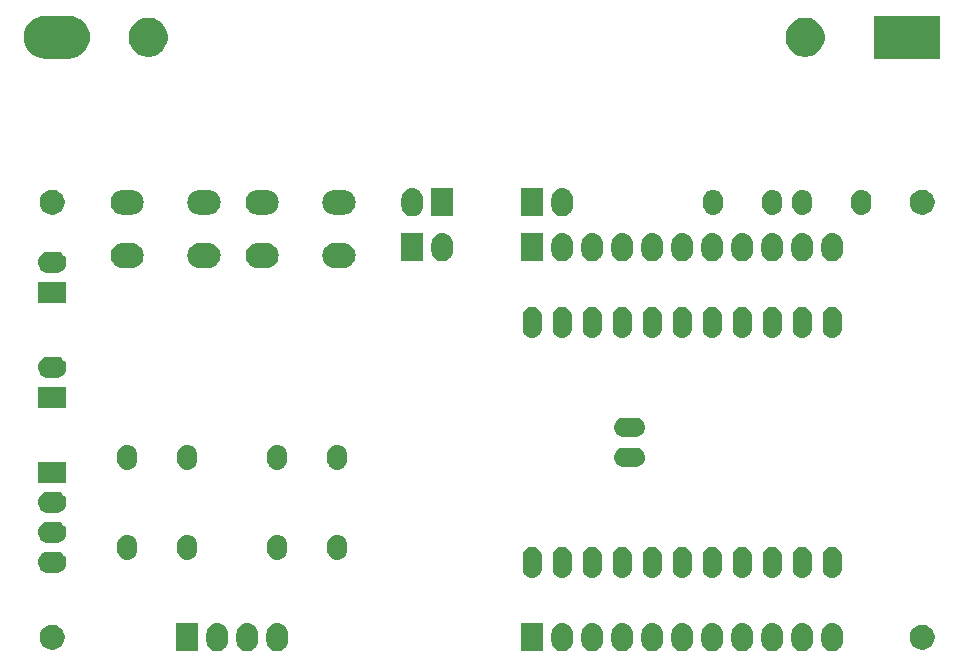
<source format=gts>
G04 #@! TF.GenerationSoftware,KiCad,Pcbnew,(5.1.5)-3*
G04 #@! TF.CreationDate,2020-04-08T11:02:51+02:00*
G04 #@! TF.ProjectId,AdaptaddorCubeCell,41646170-7461-4646-946f-724375626543,1.0*
G04 #@! TF.SameCoordinates,Original*
G04 #@! TF.FileFunction,Soldermask,Top*
G04 #@! TF.FilePolarity,Negative*
%FSLAX46Y46*%
G04 Gerber Fmt 4.6, Leading zero omitted, Abs format (unit mm)*
G04 Created by KiCad (PCBNEW (5.1.5)-3) date 2020-04-08 11:02:51*
%MOMM*%
%LPD*%
G04 APERTURE LIST*
%ADD10C,0.100000*%
G04 APERTURE END LIST*
D10*
G36*
X106856626Y-127082037D02*
G01*
X107026465Y-127133557D01*
X107026467Y-127133558D01*
X107182989Y-127217221D01*
X107320186Y-127329814D01*
X107403448Y-127431271D01*
X107432778Y-127467009D01*
X107516443Y-127623534D01*
X107567963Y-127793373D01*
X107581000Y-127925742D01*
X107581000Y-128614258D01*
X107567963Y-128746627D01*
X107516443Y-128916466D01*
X107432778Y-129072991D01*
X107421802Y-129086365D01*
X107320186Y-129210186D01*
X107218729Y-129293448D01*
X107182991Y-129322778D01*
X107026466Y-129406443D01*
X106856627Y-129457963D01*
X106680000Y-129475359D01*
X106503374Y-129457963D01*
X106333535Y-129406443D01*
X106177010Y-129322778D01*
X106141272Y-129293448D01*
X106039815Y-129210186D01*
X105938199Y-129086365D01*
X105927223Y-129072991D01*
X105843557Y-128916466D01*
X105792037Y-128746627D01*
X105779000Y-128614258D01*
X105779000Y-127925743D01*
X105792037Y-127793374D01*
X105843557Y-127623535D01*
X105927222Y-127467010D01*
X105927223Y-127467009D01*
X106039814Y-127329814D01*
X106174843Y-127219000D01*
X106177009Y-127217222D01*
X106333534Y-127133557D01*
X106503373Y-127082037D01*
X106680000Y-127064641D01*
X106856626Y-127082037D01*
G37*
G36*
X109396626Y-127082037D02*
G01*
X109566465Y-127133557D01*
X109566467Y-127133558D01*
X109722989Y-127217221D01*
X109860186Y-127329814D01*
X109943448Y-127431271D01*
X109972778Y-127467009D01*
X110056443Y-127623534D01*
X110107963Y-127793373D01*
X110121000Y-127925742D01*
X110121000Y-128614258D01*
X110107963Y-128746627D01*
X110056443Y-128916466D01*
X109972778Y-129072991D01*
X109961802Y-129086365D01*
X109860186Y-129210186D01*
X109758729Y-129293448D01*
X109722991Y-129322778D01*
X109566466Y-129406443D01*
X109396627Y-129457963D01*
X109220000Y-129475359D01*
X109043374Y-129457963D01*
X108873535Y-129406443D01*
X108717010Y-129322778D01*
X108681272Y-129293448D01*
X108579815Y-129210186D01*
X108478199Y-129086365D01*
X108467223Y-129072991D01*
X108383557Y-128916466D01*
X108332037Y-128746627D01*
X108319000Y-128614258D01*
X108319000Y-127925743D01*
X108332037Y-127793374D01*
X108383557Y-127623535D01*
X108467222Y-127467010D01*
X108467223Y-127467009D01*
X108579814Y-127329814D01*
X108714843Y-127219000D01*
X108717009Y-127217222D01*
X108873534Y-127133557D01*
X109043373Y-127082037D01*
X109220000Y-127064641D01*
X109396626Y-127082037D01*
G37*
G36*
X111936626Y-127082037D02*
G01*
X112106465Y-127133557D01*
X112106467Y-127133558D01*
X112262989Y-127217221D01*
X112400186Y-127329814D01*
X112483448Y-127431271D01*
X112512778Y-127467009D01*
X112596443Y-127623534D01*
X112647963Y-127793373D01*
X112661000Y-127925742D01*
X112661000Y-128614258D01*
X112647963Y-128746627D01*
X112596443Y-128916466D01*
X112512778Y-129072991D01*
X112501802Y-129086365D01*
X112400186Y-129210186D01*
X112298729Y-129293448D01*
X112262991Y-129322778D01*
X112106466Y-129406443D01*
X111936627Y-129457963D01*
X111760000Y-129475359D01*
X111583374Y-129457963D01*
X111413535Y-129406443D01*
X111257010Y-129322778D01*
X111221272Y-129293448D01*
X111119815Y-129210186D01*
X111018199Y-129086365D01*
X111007223Y-129072991D01*
X110923557Y-128916466D01*
X110872037Y-128746627D01*
X110859000Y-128614258D01*
X110859000Y-127925743D01*
X110872037Y-127793374D01*
X110923557Y-127623535D01*
X111007222Y-127467010D01*
X111007223Y-127467009D01*
X111119814Y-127329814D01*
X111254843Y-127219000D01*
X111257009Y-127217222D01*
X111413534Y-127133557D01*
X111583373Y-127082037D01*
X111760000Y-127064641D01*
X111936626Y-127082037D01*
G37*
G36*
X158926626Y-127082037D02*
G01*
X159096465Y-127133557D01*
X159096467Y-127133558D01*
X159252989Y-127217221D01*
X159390186Y-127329814D01*
X159473448Y-127431271D01*
X159502778Y-127467009D01*
X159586443Y-127623534D01*
X159637963Y-127793373D01*
X159651000Y-127925742D01*
X159651000Y-128614258D01*
X159637963Y-128746627D01*
X159586443Y-128916466D01*
X159502778Y-129072991D01*
X159491802Y-129086365D01*
X159390186Y-129210186D01*
X159288729Y-129293448D01*
X159252991Y-129322778D01*
X159096466Y-129406443D01*
X158926627Y-129457963D01*
X158750000Y-129475359D01*
X158573374Y-129457963D01*
X158403535Y-129406443D01*
X158247010Y-129322778D01*
X158211272Y-129293448D01*
X158109815Y-129210186D01*
X158008199Y-129086365D01*
X157997223Y-129072991D01*
X157913557Y-128916466D01*
X157862037Y-128746627D01*
X157849000Y-128614258D01*
X157849000Y-127925743D01*
X157862037Y-127793374D01*
X157913557Y-127623535D01*
X157997222Y-127467010D01*
X157997223Y-127467009D01*
X158109814Y-127329814D01*
X158244843Y-127219000D01*
X158247009Y-127217222D01*
X158403534Y-127133557D01*
X158573373Y-127082037D01*
X158750000Y-127064641D01*
X158926626Y-127082037D01*
G37*
G36*
X156386626Y-127082037D02*
G01*
X156556465Y-127133557D01*
X156556467Y-127133558D01*
X156712989Y-127217221D01*
X156850186Y-127329814D01*
X156933448Y-127431271D01*
X156962778Y-127467009D01*
X157046443Y-127623534D01*
X157097963Y-127793373D01*
X157111000Y-127925742D01*
X157111000Y-128614258D01*
X157097963Y-128746627D01*
X157046443Y-128916466D01*
X156962778Y-129072991D01*
X156951802Y-129086365D01*
X156850186Y-129210186D01*
X156748729Y-129293448D01*
X156712991Y-129322778D01*
X156556466Y-129406443D01*
X156386627Y-129457963D01*
X156210000Y-129475359D01*
X156033374Y-129457963D01*
X155863535Y-129406443D01*
X155707010Y-129322778D01*
X155671272Y-129293448D01*
X155569815Y-129210186D01*
X155468199Y-129086365D01*
X155457223Y-129072991D01*
X155373557Y-128916466D01*
X155322037Y-128746627D01*
X155309000Y-128614258D01*
X155309000Y-127925743D01*
X155322037Y-127793374D01*
X155373557Y-127623535D01*
X155457222Y-127467010D01*
X155457223Y-127467009D01*
X155569814Y-127329814D01*
X155704843Y-127219000D01*
X155707009Y-127217222D01*
X155863534Y-127133557D01*
X156033373Y-127082037D01*
X156210000Y-127064641D01*
X156386626Y-127082037D01*
G37*
G36*
X153846626Y-127082037D02*
G01*
X154016465Y-127133557D01*
X154016467Y-127133558D01*
X154172989Y-127217221D01*
X154310186Y-127329814D01*
X154393448Y-127431271D01*
X154422778Y-127467009D01*
X154506443Y-127623534D01*
X154557963Y-127793373D01*
X154571000Y-127925742D01*
X154571000Y-128614258D01*
X154557963Y-128746627D01*
X154506443Y-128916466D01*
X154422778Y-129072991D01*
X154411802Y-129086365D01*
X154310186Y-129210186D01*
X154208729Y-129293448D01*
X154172991Y-129322778D01*
X154016466Y-129406443D01*
X153846627Y-129457963D01*
X153670000Y-129475359D01*
X153493374Y-129457963D01*
X153323535Y-129406443D01*
X153167010Y-129322778D01*
X153131272Y-129293448D01*
X153029815Y-129210186D01*
X152928199Y-129086365D01*
X152917223Y-129072991D01*
X152833557Y-128916466D01*
X152782037Y-128746627D01*
X152769000Y-128614258D01*
X152769000Y-127925743D01*
X152782037Y-127793374D01*
X152833557Y-127623535D01*
X152917222Y-127467010D01*
X152917223Y-127467009D01*
X153029814Y-127329814D01*
X153164843Y-127219000D01*
X153167009Y-127217222D01*
X153323534Y-127133557D01*
X153493373Y-127082037D01*
X153670000Y-127064641D01*
X153846626Y-127082037D01*
G37*
G36*
X151306626Y-127082037D02*
G01*
X151476465Y-127133557D01*
X151476467Y-127133558D01*
X151632989Y-127217221D01*
X151770186Y-127329814D01*
X151853448Y-127431271D01*
X151882778Y-127467009D01*
X151966443Y-127623534D01*
X152017963Y-127793373D01*
X152031000Y-127925742D01*
X152031000Y-128614258D01*
X152017963Y-128746627D01*
X151966443Y-128916466D01*
X151882778Y-129072991D01*
X151871802Y-129086365D01*
X151770186Y-129210186D01*
X151668729Y-129293448D01*
X151632991Y-129322778D01*
X151476466Y-129406443D01*
X151306627Y-129457963D01*
X151130000Y-129475359D01*
X150953374Y-129457963D01*
X150783535Y-129406443D01*
X150627010Y-129322778D01*
X150591272Y-129293448D01*
X150489815Y-129210186D01*
X150388199Y-129086365D01*
X150377223Y-129072991D01*
X150293557Y-128916466D01*
X150242037Y-128746627D01*
X150229000Y-128614258D01*
X150229000Y-127925743D01*
X150242037Y-127793374D01*
X150293557Y-127623535D01*
X150377222Y-127467010D01*
X150377223Y-127467009D01*
X150489814Y-127329814D01*
X150624843Y-127219000D01*
X150627009Y-127217222D01*
X150783534Y-127133557D01*
X150953373Y-127082037D01*
X151130000Y-127064641D01*
X151306626Y-127082037D01*
G37*
G36*
X148766626Y-127082037D02*
G01*
X148936465Y-127133557D01*
X148936467Y-127133558D01*
X149092989Y-127217221D01*
X149230186Y-127329814D01*
X149313448Y-127431271D01*
X149342778Y-127467009D01*
X149426443Y-127623534D01*
X149477963Y-127793373D01*
X149491000Y-127925742D01*
X149491000Y-128614258D01*
X149477963Y-128746627D01*
X149426443Y-128916466D01*
X149342778Y-129072991D01*
X149331802Y-129086365D01*
X149230186Y-129210186D01*
X149128729Y-129293448D01*
X149092991Y-129322778D01*
X148936466Y-129406443D01*
X148766627Y-129457963D01*
X148590000Y-129475359D01*
X148413374Y-129457963D01*
X148243535Y-129406443D01*
X148087010Y-129322778D01*
X148051272Y-129293448D01*
X147949815Y-129210186D01*
X147848199Y-129086365D01*
X147837223Y-129072991D01*
X147753557Y-128916466D01*
X147702037Y-128746627D01*
X147689000Y-128614258D01*
X147689000Y-127925743D01*
X147702037Y-127793374D01*
X147753557Y-127623535D01*
X147837222Y-127467010D01*
X147837223Y-127467009D01*
X147949814Y-127329814D01*
X148084843Y-127219000D01*
X148087009Y-127217222D01*
X148243534Y-127133557D01*
X148413373Y-127082037D01*
X148590000Y-127064641D01*
X148766626Y-127082037D01*
G37*
G36*
X146226626Y-127082037D02*
G01*
X146396465Y-127133557D01*
X146396467Y-127133558D01*
X146552989Y-127217221D01*
X146690186Y-127329814D01*
X146773448Y-127431271D01*
X146802778Y-127467009D01*
X146886443Y-127623534D01*
X146937963Y-127793373D01*
X146951000Y-127925742D01*
X146951000Y-128614258D01*
X146937963Y-128746627D01*
X146886443Y-128916466D01*
X146802778Y-129072991D01*
X146791802Y-129086365D01*
X146690186Y-129210186D01*
X146588729Y-129293448D01*
X146552991Y-129322778D01*
X146396466Y-129406443D01*
X146226627Y-129457963D01*
X146050000Y-129475359D01*
X145873374Y-129457963D01*
X145703535Y-129406443D01*
X145547010Y-129322778D01*
X145511272Y-129293448D01*
X145409815Y-129210186D01*
X145308199Y-129086365D01*
X145297223Y-129072991D01*
X145213557Y-128916466D01*
X145162037Y-128746627D01*
X145149000Y-128614258D01*
X145149000Y-127925743D01*
X145162037Y-127793374D01*
X145213557Y-127623535D01*
X145297222Y-127467010D01*
X145297223Y-127467009D01*
X145409814Y-127329814D01*
X145544843Y-127219000D01*
X145547009Y-127217222D01*
X145703534Y-127133557D01*
X145873373Y-127082037D01*
X146050000Y-127064641D01*
X146226626Y-127082037D01*
G37*
G36*
X143686626Y-127082037D02*
G01*
X143856465Y-127133557D01*
X143856467Y-127133558D01*
X144012989Y-127217221D01*
X144150186Y-127329814D01*
X144233448Y-127431271D01*
X144262778Y-127467009D01*
X144346443Y-127623534D01*
X144397963Y-127793373D01*
X144411000Y-127925742D01*
X144411000Y-128614258D01*
X144397963Y-128746627D01*
X144346443Y-128916466D01*
X144262778Y-129072991D01*
X144251802Y-129086365D01*
X144150186Y-129210186D01*
X144048729Y-129293448D01*
X144012991Y-129322778D01*
X143856466Y-129406443D01*
X143686627Y-129457963D01*
X143510000Y-129475359D01*
X143333374Y-129457963D01*
X143163535Y-129406443D01*
X143007010Y-129322778D01*
X142971272Y-129293448D01*
X142869815Y-129210186D01*
X142768199Y-129086365D01*
X142757223Y-129072991D01*
X142673557Y-128916466D01*
X142622037Y-128746627D01*
X142609000Y-128614258D01*
X142609000Y-127925743D01*
X142622037Y-127793374D01*
X142673557Y-127623535D01*
X142757222Y-127467010D01*
X142757223Y-127467009D01*
X142869814Y-127329814D01*
X143004843Y-127219000D01*
X143007009Y-127217222D01*
X143163534Y-127133557D01*
X143333373Y-127082037D01*
X143510000Y-127064641D01*
X143686626Y-127082037D01*
G37*
G36*
X141146626Y-127082037D02*
G01*
X141316465Y-127133557D01*
X141316467Y-127133558D01*
X141472989Y-127217221D01*
X141610186Y-127329814D01*
X141693448Y-127431271D01*
X141722778Y-127467009D01*
X141806443Y-127623534D01*
X141857963Y-127793373D01*
X141871000Y-127925742D01*
X141871000Y-128614258D01*
X141857963Y-128746627D01*
X141806443Y-128916466D01*
X141722778Y-129072991D01*
X141711802Y-129086365D01*
X141610186Y-129210186D01*
X141508729Y-129293448D01*
X141472991Y-129322778D01*
X141316466Y-129406443D01*
X141146627Y-129457963D01*
X140970000Y-129475359D01*
X140793374Y-129457963D01*
X140623535Y-129406443D01*
X140467010Y-129322778D01*
X140431272Y-129293448D01*
X140329815Y-129210186D01*
X140228199Y-129086365D01*
X140217223Y-129072991D01*
X140133557Y-128916466D01*
X140082037Y-128746627D01*
X140069000Y-128614258D01*
X140069000Y-127925743D01*
X140082037Y-127793374D01*
X140133557Y-127623535D01*
X140217222Y-127467010D01*
X140217223Y-127467009D01*
X140329814Y-127329814D01*
X140464843Y-127219000D01*
X140467009Y-127217222D01*
X140623534Y-127133557D01*
X140793373Y-127082037D01*
X140970000Y-127064641D01*
X141146626Y-127082037D01*
G37*
G36*
X138606626Y-127082037D02*
G01*
X138776465Y-127133557D01*
X138776467Y-127133558D01*
X138932989Y-127217221D01*
X139070186Y-127329814D01*
X139153448Y-127431271D01*
X139182778Y-127467009D01*
X139266443Y-127623534D01*
X139317963Y-127793373D01*
X139331000Y-127925742D01*
X139331000Y-128614258D01*
X139317963Y-128746627D01*
X139266443Y-128916466D01*
X139182778Y-129072991D01*
X139171802Y-129086365D01*
X139070186Y-129210186D01*
X138968729Y-129293448D01*
X138932991Y-129322778D01*
X138776466Y-129406443D01*
X138606627Y-129457963D01*
X138430000Y-129475359D01*
X138253374Y-129457963D01*
X138083535Y-129406443D01*
X137927010Y-129322778D01*
X137891272Y-129293448D01*
X137789815Y-129210186D01*
X137688199Y-129086365D01*
X137677223Y-129072991D01*
X137593557Y-128916466D01*
X137542037Y-128746627D01*
X137529000Y-128614258D01*
X137529000Y-127925743D01*
X137542037Y-127793374D01*
X137593557Y-127623535D01*
X137677222Y-127467010D01*
X137677223Y-127467009D01*
X137789814Y-127329814D01*
X137924843Y-127219000D01*
X137927009Y-127217222D01*
X138083534Y-127133557D01*
X138253373Y-127082037D01*
X138430000Y-127064641D01*
X138606626Y-127082037D01*
G37*
G36*
X136066626Y-127082037D02*
G01*
X136236465Y-127133557D01*
X136236467Y-127133558D01*
X136392989Y-127217221D01*
X136530186Y-127329814D01*
X136613448Y-127431271D01*
X136642778Y-127467009D01*
X136726443Y-127623534D01*
X136777963Y-127793373D01*
X136791000Y-127925742D01*
X136791000Y-128614258D01*
X136777963Y-128746627D01*
X136726443Y-128916466D01*
X136642778Y-129072991D01*
X136631802Y-129086365D01*
X136530186Y-129210186D01*
X136428729Y-129293448D01*
X136392991Y-129322778D01*
X136236466Y-129406443D01*
X136066627Y-129457963D01*
X135890000Y-129475359D01*
X135713374Y-129457963D01*
X135543535Y-129406443D01*
X135387010Y-129322778D01*
X135351272Y-129293448D01*
X135249815Y-129210186D01*
X135148199Y-129086365D01*
X135137223Y-129072991D01*
X135053557Y-128916466D01*
X135002037Y-128746627D01*
X134989000Y-128614258D01*
X134989000Y-127925743D01*
X135002037Y-127793374D01*
X135053557Y-127623535D01*
X135137222Y-127467010D01*
X135137223Y-127467009D01*
X135249814Y-127329814D01*
X135384843Y-127219000D01*
X135387009Y-127217222D01*
X135543534Y-127133557D01*
X135713373Y-127082037D01*
X135890000Y-127064641D01*
X136066626Y-127082037D01*
G37*
G36*
X134251000Y-129471000D02*
G01*
X132449000Y-129471000D01*
X132449000Y-127069000D01*
X134251000Y-127069000D01*
X134251000Y-129471000D01*
G37*
G36*
X105041000Y-129471000D02*
G01*
X103239000Y-129471000D01*
X103239000Y-127069000D01*
X105041000Y-127069000D01*
X105041000Y-129471000D01*
G37*
G36*
X93016564Y-127259389D02*
G01*
X93207833Y-127338615D01*
X93207835Y-127338616D01*
X93379973Y-127453635D01*
X93526365Y-127600027D01*
X93641385Y-127772167D01*
X93720611Y-127963436D01*
X93761000Y-128166484D01*
X93761000Y-128373516D01*
X93720611Y-128576564D01*
X93650170Y-128746623D01*
X93641384Y-128767835D01*
X93526365Y-128939973D01*
X93379973Y-129086365D01*
X93207835Y-129201384D01*
X93207834Y-129201385D01*
X93207833Y-129201385D01*
X93016564Y-129280611D01*
X92813516Y-129321000D01*
X92606484Y-129321000D01*
X92403436Y-129280611D01*
X92212167Y-129201385D01*
X92212166Y-129201385D01*
X92212165Y-129201384D01*
X92040027Y-129086365D01*
X91893635Y-128939973D01*
X91778616Y-128767835D01*
X91769830Y-128746623D01*
X91699389Y-128576564D01*
X91659000Y-128373516D01*
X91659000Y-128166484D01*
X91699389Y-127963436D01*
X91778615Y-127772167D01*
X91893635Y-127600027D01*
X92040027Y-127453635D01*
X92212165Y-127338616D01*
X92212167Y-127338615D01*
X92403436Y-127259389D01*
X92606484Y-127219000D01*
X92813516Y-127219000D01*
X93016564Y-127259389D01*
G37*
G36*
X166676564Y-127259389D02*
G01*
X166867833Y-127338615D01*
X166867835Y-127338616D01*
X167039973Y-127453635D01*
X167186365Y-127600027D01*
X167301385Y-127772167D01*
X167380611Y-127963436D01*
X167421000Y-128166484D01*
X167421000Y-128373516D01*
X167380611Y-128576564D01*
X167310170Y-128746623D01*
X167301384Y-128767835D01*
X167186365Y-128939973D01*
X167039973Y-129086365D01*
X166867835Y-129201384D01*
X166867834Y-129201385D01*
X166867833Y-129201385D01*
X166676564Y-129280611D01*
X166473516Y-129321000D01*
X166266484Y-129321000D01*
X166063436Y-129280611D01*
X165872167Y-129201385D01*
X165872166Y-129201385D01*
X165872165Y-129201384D01*
X165700027Y-129086365D01*
X165553635Y-128939973D01*
X165438616Y-128767835D01*
X165429830Y-128746623D01*
X165359389Y-128576564D01*
X165319000Y-128373516D01*
X165319000Y-128166484D01*
X165359389Y-127963436D01*
X165438615Y-127772167D01*
X165553635Y-127600027D01*
X165700027Y-127453635D01*
X165872165Y-127338616D01*
X165872167Y-127338615D01*
X166063436Y-127259389D01*
X166266484Y-127219000D01*
X166473516Y-127219000D01*
X166676564Y-127259389D01*
G37*
G36*
X151289375Y-120618764D02*
G01*
X151442626Y-120665252D01*
X151442629Y-120665253D01*
X151583863Y-120740744D01*
X151707659Y-120842341D01*
X151809256Y-120966137D01*
X151884747Y-121107370D01*
X151884747Y-121107371D01*
X151884748Y-121107373D01*
X151931236Y-121260624D01*
X151943000Y-121380067D01*
X151943000Y-122459933D01*
X151931236Y-122579376D01*
X151884748Y-122732627D01*
X151884747Y-122732630D01*
X151809256Y-122873863D01*
X151707659Y-122997659D01*
X151583863Y-123099256D01*
X151442630Y-123174747D01*
X151442627Y-123174748D01*
X151289376Y-123221236D01*
X151130000Y-123236933D01*
X150970625Y-123221236D01*
X150817374Y-123174748D01*
X150817371Y-123174747D01*
X150676138Y-123099256D01*
X150552342Y-122997659D01*
X150450745Y-122873863D01*
X150375254Y-122732630D01*
X150375253Y-122732627D01*
X150328765Y-122579376D01*
X150317001Y-122459933D01*
X150317000Y-121380068D01*
X150328764Y-121260625D01*
X150375252Y-121107374D01*
X150375253Y-121107371D01*
X150450744Y-120966137D01*
X150552341Y-120842341D01*
X150676137Y-120740744D01*
X150817370Y-120665253D01*
X150817373Y-120665252D01*
X150970624Y-120618764D01*
X151130000Y-120603067D01*
X151289375Y-120618764D01*
G37*
G36*
X156369375Y-120618764D02*
G01*
X156522626Y-120665252D01*
X156522629Y-120665253D01*
X156663863Y-120740744D01*
X156787659Y-120842341D01*
X156889256Y-120966137D01*
X156964747Y-121107370D01*
X156964747Y-121107371D01*
X156964748Y-121107373D01*
X157011236Y-121260624D01*
X157023000Y-121380067D01*
X157023000Y-122459933D01*
X157011236Y-122579376D01*
X156964748Y-122732627D01*
X156964747Y-122732630D01*
X156889256Y-122873863D01*
X156787659Y-122997659D01*
X156663863Y-123099256D01*
X156522630Y-123174747D01*
X156522627Y-123174748D01*
X156369376Y-123221236D01*
X156210000Y-123236933D01*
X156050625Y-123221236D01*
X155897374Y-123174748D01*
X155897371Y-123174747D01*
X155756138Y-123099256D01*
X155632342Y-122997659D01*
X155530745Y-122873863D01*
X155455254Y-122732630D01*
X155455253Y-122732627D01*
X155408765Y-122579376D01*
X155397001Y-122459933D01*
X155397000Y-121380068D01*
X155408764Y-121260625D01*
X155455252Y-121107374D01*
X155455253Y-121107371D01*
X155530744Y-120966137D01*
X155632341Y-120842341D01*
X155756137Y-120740744D01*
X155897370Y-120665253D01*
X155897373Y-120665252D01*
X156050624Y-120618764D01*
X156210000Y-120603067D01*
X156369375Y-120618764D01*
G37*
G36*
X153829375Y-120618764D02*
G01*
X153982626Y-120665252D01*
X153982629Y-120665253D01*
X154123863Y-120740744D01*
X154247659Y-120842341D01*
X154349256Y-120966137D01*
X154424747Y-121107370D01*
X154424747Y-121107371D01*
X154424748Y-121107373D01*
X154471236Y-121260624D01*
X154483000Y-121380067D01*
X154483000Y-122459933D01*
X154471236Y-122579376D01*
X154424748Y-122732627D01*
X154424747Y-122732630D01*
X154349256Y-122873863D01*
X154247659Y-122997659D01*
X154123863Y-123099256D01*
X153982630Y-123174747D01*
X153982627Y-123174748D01*
X153829376Y-123221236D01*
X153670000Y-123236933D01*
X153510625Y-123221236D01*
X153357374Y-123174748D01*
X153357371Y-123174747D01*
X153216138Y-123099256D01*
X153092342Y-122997659D01*
X152990745Y-122873863D01*
X152915254Y-122732630D01*
X152915253Y-122732627D01*
X152868765Y-122579376D01*
X152857001Y-122459933D01*
X152857000Y-121380068D01*
X152868764Y-121260625D01*
X152915252Y-121107374D01*
X152915253Y-121107371D01*
X152990744Y-120966137D01*
X153092341Y-120842341D01*
X153216137Y-120740744D01*
X153357370Y-120665253D01*
X153357373Y-120665252D01*
X153510624Y-120618764D01*
X153670000Y-120603067D01*
X153829375Y-120618764D01*
G37*
G36*
X148749375Y-120618764D02*
G01*
X148902626Y-120665252D01*
X148902629Y-120665253D01*
X149043863Y-120740744D01*
X149167659Y-120842341D01*
X149269256Y-120966137D01*
X149344747Y-121107370D01*
X149344747Y-121107371D01*
X149344748Y-121107373D01*
X149391236Y-121260624D01*
X149403000Y-121380067D01*
X149403000Y-122459933D01*
X149391236Y-122579376D01*
X149344748Y-122732627D01*
X149344747Y-122732630D01*
X149269256Y-122873863D01*
X149167659Y-122997659D01*
X149043863Y-123099256D01*
X148902630Y-123174747D01*
X148902627Y-123174748D01*
X148749376Y-123221236D01*
X148590000Y-123236933D01*
X148430625Y-123221236D01*
X148277374Y-123174748D01*
X148277371Y-123174747D01*
X148136138Y-123099256D01*
X148012342Y-122997659D01*
X147910745Y-122873863D01*
X147835254Y-122732630D01*
X147835253Y-122732627D01*
X147788765Y-122579376D01*
X147777001Y-122459933D01*
X147777000Y-121380068D01*
X147788764Y-121260625D01*
X147835252Y-121107374D01*
X147835253Y-121107371D01*
X147910744Y-120966137D01*
X148012341Y-120842341D01*
X148136137Y-120740744D01*
X148277370Y-120665253D01*
X148277373Y-120665252D01*
X148430624Y-120618764D01*
X148590000Y-120603067D01*
X148749375Y-120618764D01*
G37*
G36*
X146209375Y-120618764D02*
G01*
X146362626Y-120665252D01*
X146362629Y-120665253D01*
X146503863Y-120740744D01*
X146627659Y-120842341D01*
X146729256Y-120966137D01*
X146804747Y-121107370D01*
X146804747Y-121107371D01*
X146804748Y-121107373D01*
X146851236Y-121260624D01*
X146863000Y-121380067D01*
X146863000Y-122459933D01*
X146851236Y-122579376D01*
X146804748Y-122732627D01*
X146804747Y-122732630D01*
X146729256Y-122873863D01*
X146627659Y-122997659D01*
X146503863Y-123099256D01*
X146362630Y-123174747D01*
X146362627Y-123174748D01*
X146209376Y-123221236D01*
X146050000Y-123236933D01*
X145890625Y-123221236D01*
X145737374Y-123174748D01*
X145737371Y-123174747D01*
X145596138Y-123099256D01*
X145472342Y-122997659D01*
X145370745Y-122873863D01*
X145295254Y-122732630D01*
X145295253Y-122732627D01*
X145248765Y-122579376D01*
X145237001Y-122459933D01*
X145237000Y-121380068D01*
X145248764Y-121260625D01*
X145295252Y-121107374D01*
X145295253Y-121107371D01*
X145370744Y-120966137D01*
X145472341Y-120842341D01*
X145596137Y-120740744D01*
X145737370Y-120665253D01*
X145737373Y-120665252D01*
X145890624Y-120618764D01*
X146050000Y-120603067D01*
X146209375Y-120618764D01*
G37*
G36*
X141129375Y-120618764D02*
G01*
X141282626Y-120665252D01*
X141282629Y-120665253D01*
X141423863Y-120740744D01*
X141547659Y-120842341D01*
X141649256Y-120966137D01*
X141724747Y-121107370D01*
X141724747Y-121107371D01*
X141724748Y-121107373D01*
X141771236Y-121260624D01*
X141783000Y-121380067D01*
X141783000Y-122459933D01*
X141771236Y-122579376D01*
X141724748Y-122732627D01*
X141724747Y-122732630D01*
X141649256Y-122873863D01*
X141547659Y-122997659D01*
X141423863Y-123099256D01*
X141282630Y-123174747D01*
X141282627Y-123174748D01*
X141129376Y-123221236D01*
X140970000Y-123236933D01*
X140810625Y-123221236D01*
X140657374Y-123174748D01*
X140657371Y-123174747D01*
X140516138Y-123099256D01*
X140392342Y-122997659D01*
X140290745Y-122873863D01*
X140215254Y-122732630D01*
X140215253Y-122732627D01*
X140168765Y-122579376D01*
X140157001Y-122459933D01*
X140157000Y-121380068D01*
X140168764Y-121260625D01*
X140215252Y-121107374D01*
X140215253Y-121107371D01*
X140290744Y-120966137D01*
X140392341Y-120842341D01*
X140516137Y-120740744D01*
X140657370Y-120665253D01*
X140657373Y-120665252D01*
X140810624Y-120618764D01*
X140970000Y-120603067D01*
X141129375Y-120618764D01*
G37*
G36*
X158909375Y-120618764D02*
G01*
X159062626Y-120665252D01*
X159062629Y-120665253D01*
X159203863Y-120740744D01*
X159327659Y-120842341D01*
X159429256Y-120966137D01*
X159504747Y-121107370D01*
X159504747Y-121107371D01*
X159504748Y-121107373D01*
X159551236Y-121260624D01*
X159563000Y-121380067D01*
X159563000Y-122459933D01*
X159551236Y-122579376D01*
X159504748Y-122732627D01*
X159504747Y-122732630D01*
X159429256Y-122873863D01*
X159327659Y-122997659D01*
X159203863Y-123099256D01*
X159062630Y-123174747D01*
X159062627Y-123174748D01*
X158909376Y-123221236D01*
X158750000Y-123236933D01*
X158590625Y-123221236D01*
X158437374Y-123174748D01*
X158437371Y-123174747D01*
X158296138Y-123099256D01*
X158172342Y-122997659D01*
X158070745Y-122873863D01*
X157995254Y-122732630D01*
X157995253Y-122732627D01*
X157948765Y-122579376D01*
X157937001Y-122459933D01*
X157937000Y-121380068D01*
X157948764Y-121260625D01*
X157995252Y-121107374D01*
X157995253Y-121107371D01*
X158070744Y-120966137D01*
X158172341Y-120842341D01*
X158296137Y-120740744D01*
X158437370Y-120665253D01*
X158437373Y-120665252D01*
X158590624Y-120618764D01*
X158750000Y-120603067D01*
X158909375Y-120618764D01*
G37*
G36*
X138589375Y-120618764D02*
G01*
X138742626Y-120665252D01*
X138742629Y-120665253D01*
X138883863Y-120740744D01*
X139007659Y-120842341D01*
X139109256Y-120966137D01*
X139184747Y-121107370D01*
X139184747Y-121107371D01*
X139184748Y-121107373D01*
X139231236Y-121260624D01*
X139243000Y-121380067D01*
X139243000Y-122459933D01*
X139231236Y-122579376D01*
X139184748Y-122732627D01*
X139184747Y-122732630D01*
X139109256Y-122873863D01*
X139007659Y-122997659D01*
X138883863Y-123099256D01*
X138742630Y-123174747D01*
X138742627Y-123174748D01*
X138589376Y-123221236D01*
X138430000Y-123236933D01*
X138270625Y-123221236D01*
X138117374Y-123174748D01*
X138117371Y-123174747D01*
X137976138Y-123099256D01*
X137852342Y-122997659D01*
X137750745Y-122873863D01*
X137675254Y-122732630D01*
X137675253Y-122732627D01*
X137628765Y-122579376D01*
X137617001Y-122459933D01*
X137617000Y-121380068D01*
X137628764Y-121260625D01*
X137675252Y-121107374D01*
X137675253Y-121107371D01*
X137750744Y-120966137D01*
X137852341Y-120842341D01*
X137976137Y-120740744D01*
X138117370Y-120665253D01*
X138117373Y-120665252D01*
X138270624Y-120618764D01*
X138430000Y-120603067D01*
X138589375Y-120618764D01*
G37*
G36*
X136049375Y-120618764D02*
G01*
X136202626Y-120665252D01*
X136202629Y-120665253D01*
X136343863Y-120740744D01*
X136467659Y-120842341D01*
X136569256Y-120966137D01*
X136644747Y-121107370D01*
X136644747Y-121107371D01*
X136644748Y-121107373D01*
X136691236Y-121260624D01*
X136703000Y-121380067D01*
X136703000Y-122459933D01*
X136691236Y-122579376D01*
X136644748Y-122732627D01*
X136644747Y-122732630D01*
X136569256Y-122873863D01*
X136467659Y-122997659D01*
X136343863Y-123099256D01*
X136202630Y-123174747D01*
X136202627Y-123174748D01*
X136049376Y-123221236D01*
X135890000Y-123236933D01*
X135730625Y-123221236D01*
X135577374Y-123174748D01*
X135577371Y-123174747D01*
X135436138Y-123099256D01*
X135312342Y-122997659D01*
X135210745Y-122873863D01*
X135135254Y-122732630D01*
X135135253Y-122732627D01*
X135088765Y-122579376D01*
X135077001Y-122459933D01*
X135077000Y-121380068D01*
X135088764Y-121260625D01*
X135135252Y-121107374D01*
X135135253Y-121107371D01*
X135210744Y-120966137D01*
X135312341Y-120842341D01*
X135436137Y-120740744D01*
X135577370Y-120665253D01*
X135577373Y-120665252D01*
X135730624Y-120618764D01*
X135890000Y-120603067D01*
X136049375Y-120618764D01*
G37*
G36*
X133509375Y-120618764D02*
G01*
X133662626Y-120665252D01*
X133662629Y-120665253D01*
X133803863Y-120740744D01*
X133927659Y-120842341D01*
X134029256Y-120966137D01*
X134104747Y-121107370D01*
X134104747Y-121107371D01*
X134104748Y-121107373D01*
X134151236Y-121260624D01*
X134163000Y-121380067D01*
X134163000Y-122459933D01*
X134151236Y-122579376D01*
X134104748Y-122732627D01*
X134104747Y-122732630D01*
X134029256Y-122873863D01*
X133927659Y-122997659D01*
X133803863Y-123099256D01*
X133662630Y-123174747D01*
X133662627Y-123174748D01*
X133509376Y-123221236D01*
X133350000Y-123236933D01*
X133190625Y-123221236D01*
X133037374Y-123174748D01*
X133037371Y-123174747D01*
X132896138Y-123099256D01*
X132772342Y-122997659D01*
X132670745Y-122873863D01*
X132595254Y-122732630D01*
X132595253Y-122732627D01*
X132548765Y-122579376D01*
X132537001Y-122459933D01*
X132537000Y-121380068D01*
X132548764Y-121260625D01*
X132595252Y-121107374D01*
X132595253Y-121107371D01*
X132670744Y-120966137D01*
X132772341Y-120842341D01*
X132896137Y-120740744D01*
X133037370Y-120665253D01*
X133037373Y-120665252D01*
X133190624Y-120618764D01*
X133350000Y-120603067D01*
X133509375Y-120618764D01*
G37*
G36*
X143669375Y-120618764D02*
G01*
X143822626Y-120665252D01*
X143822629Y-120665253D01*
X143963863Y-120740744D01*
X144087659Y-120842341D01*
X144189256Y-120966137D01*
X144264747Y-121107370D01*
X144264747Y-121107371D01*
X144264748Y-121107373D01*
X144311236Y-121260624D01*
X144323000Y-121380067D01*
X144323000Y-122459933D01*
X144311236Y-122579376D01*
X144264748Y-122732627D01*
X144264747Y-122732630D01*
X144189256Y-122873863D01*
X144087659Y-122997659D01*
X143963863Y-123099256D01*
X143822630Y-123174747D01*
X143822627Y-123174748D01*
X143669376Y-123221236D01*
X143510000Y-123236933D01*
X143350625Y-123221236D01*
X143197374Y-123174748D01*
X143197371Y-123174747D01*
X143056138Y-123099256D01*
X142932342Y-122997659D01*
X142830745Y-122873863D01*
X142755254Y-122732630D01*
X142755253Y-122732627D01*
X142708765Y-122579376D01*
X142697001Y-122459933D01*
X142697000Y-121380068D01*
X142708764Y-121260625D01*
X142755252Y-121107374D01*
X142755253Y-121107371D01*
X142830744Y-120966137D01*
X142932341Y-120842341D01*
X143056137Y-120740744D01*
X143197370Y-120665253D01*
X143197373Y-120665252D01*
X143350624Y-120618764D01*
X143510000Y-120603067D01*
X143669375Y-120618764D01*
G37*
G36*
X93120442Y-121025518D02*
G01*
X93186627Y-121032037D01*
X93356466Y-121083557D01*
X93512991Y-121167222D01*
X93525199Y-121177241D01*
X93650186Y-121279814D01*
X93732459Y-121380066D01*
X93762778Y-121417009D01*
X93846443Y-121573534D01*
X93897963Y-121743373D01*
X93915359Y-121920000D01*
X93897963Y-122096627D01*
X93846443Y-122266466D01*
X93762778Y-122422991D01*
X93733448Y-122458729D01*
X93650186Y-122560186D01*
X93548729Y-122643448D01*
X93512991Y-122672778D01*
X93356466Y-122756443D01*
X93186627Y-122807963D01*
X93120443Y-122814481D01*
X93054260Y-122821000D01*
X92365740Y-122821000D01*
X92299557Y-122814481D01*
X92233373Y-122807963D01*
X92063534Y-122756443D01*
X91907009Y-122672778D01*
X91871271Y-122643448D01*
X91769814Y-122560186D01*
X91686552Y-122458729D01*
X91657222Y-122422991D01*
X91573557Y-122266466D01*
X91522037Y-122096627D01*
X91504641Y-121920000D01*
X91522037Y-121743373D01*
X91573557Y-121573534D01*
X91657222Y-121417009D01*
X91687541Y-121380066D01*
X91769814Y-121279814D01*
X91894801Y-121177241D01*
X91907009Y-121167222D01*
X92063534Y-121083557D01*
X92233373Y-121032037D01*
X92299558Y-121025518D01*
X92365740Y-121019000D01*
X93054260Y-121019000D01*
X93120442Y-121025518D01*
G37*
G36*
X99226822Y-119611313D02*
G01*
X99387241Y-119659976D01*
X99535077Y-119738995D01*
X99664659Y-119845341D01*
X99771004Y-119974922D01*
X99771005Y-119974924D01*
X99850024Y-120122758D01*
X99898687Y-120283177D01*
X99911000Y-120408196D01*
X99911000Y-120891803D01*
X99898687Y-121016822D01*
X99878443Y-121083557D01*
X99871220Y-121107370D01*
X99850024Y-121177242D01*
X99779114Y-121309906D01*
X99771004Y-121325078D01*
X99664659Y-121454659D01*
X99535078Y-121561004D01*
X99535076Y-121561005D01*
X99387242Y-121640024D01*
X99226823Y-121688687D01*
X99060000Y-121705117D01*
X98893178Y-121688687D01*
X98732759Y-121640024D01*
X98584925Y-121561005D01*
X98584923Y-121561004D01*
X98455342Y-121454659D01*
X98348996Y-121325078D01*
X98340886Y-121309906D01*
X98269976Y-121177242D01*
X98221313Y-121016823D01*
X98209000Y-120891804D01*
X98209000Y-120408197D01*
X98221313Y-120283178D01*
X98269976Y-120122759D01*
X98348995Y-119974923D01*
X98455341Y-119845341D01*
X98584922Y-119738996D01*
X98608364Y-119726466D01*
X98732758Y-119659976D01*
X98893177Y-119611313D01*
X99060000Y-119594883D01*
X99226822Y-119611313D01*
G37*
G36*
X117006823Y-119611313D02*
G01*
X117167242Y-119659976D01*
X117291636Y-119726466D01*
X117315078Y-119738996D01*
X117444659Y-119845341D01*
X117551004Y-119974922D01*
X117551005Y-119974924D01*
X117630024Y-120122758D01*
X117678687Y-120283178D01*
X117691000Y-120408197D01*
X117691000Y-120891804D01*
X117678687Y-121016823D01*
X117630024Y-121177242D01*
X117559114Y-121309906D01*
X117551004Y-121325078D01*
X117475558Y-121417009D01*
X117444659Y-121454659D01*
X117315077Y-121561005D01*
X117167241Y-121640024D01*
X117006822Y-121688687D01*
X116840000Y-121705117D01*
X116673177Y-121688687D01*
X116512758Y-121640024D01*
X116364924Y-121561005D01*
X116364922Y-121561004D01*
X116235341Y-121454659D01*
X116204444Y-121417011D01*
X116128995Y-121325077D01*
X116049976Y-121177241D01*
X116001313Y-121016822D01*
X115989000Y-120891803D01*
X115989000Y-120408196D01*
X116001313Y-120283177D01*
X116049976Y-120122758D01*
X116128995Y-119974924D01*
X116128996Y-119974922D01*
X116235342Y-119845341D01*
X116364923Y-119738996D01*
X116388365Y-119726466D01*
X116512759Y-119659976D01*
X116673178Y-119611313D01*
X116840000Y-119594883D01*
X117006823Y-119611313D01*
G37*
G36*
X104306822Y-119611313D02*
G01*
X104467241Y-119659976D01*
X104615077Y-119738995D01*
X104744659Y-119845341D01*
X104851004Y-119974922D01*
X104851005Y-119974924D01*
X104930024Y-120122758D01*
X104978687Y-120283177D01*
X104991000Y-120408196D01*
X104991000Y-120891803D01*
X104978687Y-121016822D01*
X104958443Y-121083557D01*
X104951220Y-121107370D01*
X104930024Y-121177242D01*
X104859114Y-121309906D01*
X104851004Y-121325078D01*
X104744659Y-121454659D01*
X104615078Y-121561004D01*
X104615076Y-121561005D01*
X104467242Y-121640024D01*
X104306823Y-121688687D01*
X104140000Y-121705117D01*
X103973178Y-121688687D01*
X103812759Y-121640024D01*
X103664925Y-121561005D01*
X103664923Y-121561004D01*
X103535342Y-121454659D01*
X103428996Y-121325078D01*
X103420886Y-121309906D01*
X103349976Y-121177242D01*
X103301313Y-121016823D01*
X103289000Y-120891804D01*
X103289000Y-120408197D01*
X103301313Y-120283178D01*
X103349976Y-120122759D01*
X103428995Y-119974923D01*
X103535341Y-119845341D01*
X103664922Y-119738996D01*
X103688364Y-119726466D01*
X103812758Y-119659976D01*
X103973177Y-119611313D01*
X104140000Y-119594883D01*
X104306822Y-119611313D01*
G37*
G36*
X111926823Y-119611313D02*
G01*
X112087242Y-119659976D01*
X112211636Y-119726466D01*
X112235078Y-119738996D01*
X112364659Y-119845341D01*
X112471004Y-119974922D01*
X112471005Y-119974924D01*
X112550024Y-120122758D01*
X112598687Y-120283178D01*
X112611000Y-120408197D01*
X112611000Y-120891804D01*
X112598687Y-121016823D01*
X112550024Y-121177242D01*
X112479114Y-121309906D01*
X112471004Y-121325078D01*
X112395558Y-121417009D01*
X112364659Y-121454659D01*
X112235077Y-121561005D01*
X112087241Y-121640024D01*
X111926822Y-121688687D01*
X111760000Y-121705117D01*
X111593177Y-121688687D01*
X111432758Y-121640024D01*
X111284924Y-121561005D01*
X111284922Y-121561004D01*
X111155341Y-121454659D01*
X111124444Y-121417011D01*
X111048995Y-121325077D01*
X110969976Y-121177241D01*
X110921313Y-121016822D01*
X110909000Y-120891803D01*
X110909000Y-120408196D01*
X110921313Y-120283177D01*
X110969976Y-120122758D01*
X111048995Y-119974924D01*
X111048996Y-119974922D01*
X111155342Y-119845341D01*
X111284923Y-119738996D01*
X111308365Y-119726466D01*
X111432759Y-119659976D01*
X111593178Y-119611313D01*
X111760000Y-119594883D01*
X111926823Y-119611313D01*
G37*
G36*
X93120442Y-118485518D02*
G01*
X93186627Y-118492037D01*
X93356466Y-118543557D01*
X93512991Y-118627222D01*
X93548729Y-118656552D01*
X93650186Y-118739814D01*
X93733448Y-118841271D01*
X93762778Y-118877009D01*
X93846443Y-119033534D01*
X93897963Y-119203373D01*
X93915359Y-119380000D01*
X93897963Y-119556627D01*
X93846443Y-119726466D01*
X93762778Y-119882991D01*
X93733448Y-119918729D01*
X93650186Y-120020186D01*
X93548729Y-120103448D01*
X93512991Y-120132778D01*
X93356466Y-120216443D01*
X93186627Y-120267963D01*
X93120442Y-120274482D01*
X93054260Y-120281000D01*
X92365740Y-120281000D01*
X92299558Y-120274482D01*
X92233373Y-120267963D01*
X92063534Y-120216443D01*
X91907009Y-120132778D01*
X91871271Y-120103448D01*
X91769814Y-120020186D01*
X91686552Y-119918729D01*
X91657222Y-119882991D01*
X91573557Y-119726466D01*
X91522037Y-119556627D01*
X91504641Y-119380000D01*
X91522037Y-119203373D01*
X91573557Y-119033534D01*
X91657222Y-118877009D01*
X91686552Y-118841271D01*
X91769814Y-118739814D01*
X91871271Y-118656552D01*
X91907009Y-118627222D01*
X92063534Y-118543557D01*
X92233373Y-118492037D01*
X92299558Y-118485518D01*
X92365740Y-118479000D01*
X93054260Y-118479000D01*
X93120442Y-118485518D01*
G37*
G36*
X93120442Y-115945518D02*
G01*
X93186627Y-115952037D01*
X93356466Y-116003557D01*
X93512991Y-116087222D01*
X93548729Y-116116552D01*
X93650186Y-116199814D01*
X93733448Y-116301271D01*
X93762778Y-116337009D01*
X93846443Y-116493534D01*
X93897963Y-116663373D01*
X93915359Y-116840000D01*
X93897963Y-117016627D01*
X93846443Y-117186466D01*
X93762778Y-117342991D01*
X93733448Y-117378729D01*
X93650186Y-117480186D01*
X93548729Y-117563448D01*
X93512991Y-117592778D01*
X93356466Y-117676443D01*
X93186627Y-117727963D01*
X93120442Y-117734482D01*
X93054260Y-117741000D01*
X92365740Y-117741000D01*
X92299558Y-117734482D01*
X92233373Y-117727963D01*
X92063534Y-117676443D01*
X91907009Y-117592778D01*
X91871271Y-117563448D01*
X91769814Y-117480186D01*
X91686552Y-117378729D01*
X91657222Y-117342991D01*
X91573557Y-117186466D01*
X91522037Y-117016627D01*
X91504641Y-116840000D01*
X91522037Y-116663373D01*
X91573557Y-116493534D01*
X91657222Y-116337009D01*
X91686552Y-116301271D01*
X91769814Y-116199814D01*
X91871271Y-116116552D01*
X91907009Y-116087222D01*
X92063534Y-116003557D01*
X92233373Y-115952037D01*
X92299558Y-115945518D01*
X92365740Y-115939000D01*
X93054260Y-115939000D01*
X93120442Y-115945518D01*
G37*
G36*
X93911000Y-115201000D02*
G01*
X91509000Y-115201000D01*
X91509000Y-113399000D01*
X93911000Y-113399000D01*
X93911000Y-115201000D01*
G37*
G36*
X111926823Y-111991313D02*
G01*
X112087242Y-112039976D01*
X112219906Y-112110886D01*
X112235078Y-112118996D01*
X112364659Y-112225341D01*
X112471004Y-112354922D01*
X112471005Y-112354924D01*
X112550024Y-112502758D01*
X112598687Y-112663178D01*
X112611000Y-112788197D01*
X112611000Y-113271804D01*
X112598687Y-113396823D01*
X112550024Y-113557242D01*
X112479114Y-113689906D01*
X112471004Y-113705078D01*
X112467575Y-113709256D01*
X112364659Y-113834659D01*
X112235077Y-113941005D01*
X112087241Y-114020024D01*
X111926822Y-114068687D01*
X111760000Y-114085117D01*
X111593177Y-114068687D01*
X111432758Y-114020024D01*
X111284924Y-113941005D01*
X111284922Y-113941004D01*
X111155341Y-113834659D01*
X111114379Y-113784747D01*
X111048995Y-113705077D01*
X110969976Y-113557241D01*
X110921313Y-113396822D01*
X110909000Y-113271803D01*
X110909000Y-112788196D01*
X110921313Y-112663177D01*
X110969976Y-112502758D01*
X111048995Y-112354924D01*
X111048996Y-112354922D01*
X111155342Y-112225341D01*
X111284923Y-112118996D01*
X111300095Y-112110886D01*
X111432759Y-112039976D01*
X111593178Y-111991313D01*
X111760000Y-111974883D01*
X111926823Y-111991313D01*
G37*
G36*
X117006823Y-111991313D02*
G01*
X117167242Y-112039976D01*
X117299906Y-112110886D01*
X117315078Y-112118996D01*
X117444659Y-112225341D01*
X117551004Y-112354922D01*
X117551005Y-112354924D01*
X117630024Y-112502758D01*
X117678687Y-112663178D01*
X117691000Y-112788197D01*
X117691000Y-113271804D01*
X117678687Y-113396823D01*
X117630024Y-113557242D01*
X117559114Y-113689906D01*
X117551004Y-113705078D01*
X117547575Y-113709256D01*
X117444659Y-113834659D01*
X117315077Y-113941005D01*
X117167241Y-114020024D01*
X117006822Y-114068687D01*
X116840000Y-114085117D01*
X116673177Y-114068687D01*
X116512758Y-114020024D01*
X116364924Y-113941005D01*
X116364922Y-113941004D01*
X116235341Y-113834659D01*
X116194379Y-113784747D01*
X116128995Y-113705077D01*
X116049976Y-113557241D01*
X116001313Y-113396822D01*
X115989000Y-113271803D01*
X115989000Y-112788196D01*
X116001313Y-112663177D01*
X116049976Y-112502758D01*
X116128995Y-112354924D01*
X116128996Y-112354922D01*
X116235342Y-112225341D01*
X116364923Y-112118996D01*
X116380095Y-112110886D01*
X116512759Y-112039976D01*
X116673178Y-111991313D01*
X116840000Y-111974883D01*
X117006823Y-111991313D01*
G37*
G36*
X104306822Y-111991313D02*
G01*
X104467241Y-112039976D01*
X104615077Y-112118995D01*
X104744659Y-112225341D01*
X104851004Y-112354922D01*
X104851005Y-112354924D01*
X104930024Y-112502758D01*
X104978687Y-112663177D01*
X104991000Y-112788196D01*
X104991000Y-113271803D01*
X104978687Y-113396822D01*
X104930024Y-113557242D01*
X104859114Y-113689906D01*
X104851004Y-113705078D01*
X104744659Y-113834659D01*
X104615078Y-113941004D01*
X104615076Y-113941005D01*
X104467242Y-114020024D01*
X104306823Y-114068687D01*
X104140000Y-114085117D01*
X103973178Y-114068687D01*
X103812759Y-114020024D01*
X103664925Y-113941005D01*
X103664923Y-113941004D01*
X103535342Y-113834659D01*
X103428996Y-113705078D01*
X103420886Y-113689906D01*
X103349976Y-113557242D01*
X103301313Y-113396823D01*
X103289000Y-113271804D01*
X103289000Y-112788197D01*
X103301313Y-112663178D01*
X103349976Y-112502759D01*
X103428995Y-112354923D01*
X103535341Y-112225341D01*
X103664922Y-112118996D01*
X103680094Y-112110886D01*
X103812758Y-112039976D01*
X103973177Y-111991313D01*
X104140000Y-111974883D01*
X104306822Y-111991313D01*
G37*
G36*
X99226822Y-111991313D02*
G01*
X99387241Y-112039976D01*
X99535077Y-112118995D01*
X99664659Y-112225341D01*
X99771004Y-112354922D01*
X99771005Y-112354924D01*
X99850024Y-112502758D01*
X99898687Y-112663177D01*
X99911000Y-112788196D01*
X99911000Y-113271803D01*
X99898687Y-113396822D01*
X99850024Y-113557242D01*
X99779114Y-113689906D01*
X99771004Y-113705078D01*
X99664659Y-113834659D01*
X99535078Y-113941004D01*
X99535076Y-113941005D01*
X99387242Y-114020024D01*
X99226823Y-114068687D01*
X99060000Y-114085117D01*
X98893178Y-114068687D01*
X98732759Y-114020024D01*
X98584925Y-113941005D01*
X98584923Y-113941004D01*
X98455342Y-113834659D01*
X98348996Y-113705078D01*
X98340886Y-113689906D01*
X98269976Y-113557242D01*
X98221313Y-113396823D01*
X98209000Y-113271804D01*
X98209000Y-112788197D01*
X98221313Y-112663178D01*
X98269976Y-112502759D01*
X98348995Y-112354923D01*
X98455341Y-112225341D01*
X98584922Y-112118996D01*
X98600094Y-112110886D01*
X98732758Y-112039976D01*
X98893177Y-111991313D01*
X99060000Y-111974883D01*
X99226822Y-111991313D01*
G37*
G36*
X142184747Y-112220921D02*
G01*
X142264376Y-112228764D01*
X142417627Y-112275252D01*
X142417630Y-112275253D01*
X142558863Y-112350744D01*
X142682659Y-112452341D01*
X142784256Y-112576137D01*
X142859747Y-112717370D01*
X142859748Y-112717373D01*
X142906236Y-112870624D01*
X142921933Y-113030000D01*
X142906236Y-113189376D01*
X142881233Y-113271799D01*
X142859747Y-113342630D01*
X142784256Y-113483863D01*
X142682659Y-113607659D01*
X142558863Y-113709256D01*
X142417630Y-113784747D01*
X142417627Y-113784748D01*
X142264376Y-113831236D01*
X142184747Y-113839079D01*
X142144934Y-113843000D01*
X141065066Y-113843000D01*
X141025253Y-113839079D01*
X140945624Y-113831236D01*
X140792373Y-113784748D01*
X140792370Y-113784747D01*
X140651137Y-113709256D01*
X140527341Y-113607659D01*
X140425744Y-113483863D01*
X140350253Y-113342630D01*
X140328767Y-113271799D01*
X140303764Y-113189376D01*
X140288067Y-113030000D01*
X140303764Y-112870624D01*
X140350252Y-112717373D01*
X140350253Y-112717370D01*
X140425744Y-112576137D01*
X140527341Y-112452341D01*
X140651137Y-112350744D01*
X140792370Y-112275253D01*
X140792373Y-112275252D01*
X140945624Y-112228764D01*
X141025253Y-112220921D01*
X141065066Y-112217000D01*
X142144934Y-112217000D01*
X142184747Y-112220921D01*
G37*
G36*
X142184747Y-109680921D02*
G01*
X142264376Y-109688764D01*
X142417627Y-109735252D01*
X142417630Y-109735253D01*
X142558863Y-109810744D01*
X142682659Y-109912341D01*
X142784256Y-110036137D01*
X142859747Y-110177370D01*
X142859748Y-110177373D01*
X142906236Y-110330624D01*
X142921933Y-110490000D01*
X142906236Y-110649376D01*
X142859748Y-110802627D01*
X142859747Y-110802630D01*
X142784256Y-110943863D01*
X142682659Y-111067659D01*
X142558863Y-111169256D01*
X142417630Y-111244747D01*
X142417627Y-111244748D01*
X142264376Y-111291236D01*
X142184747Y-111299079D01*
X142144934Y-111303000D01*
X141065066Y-111303000D01*
X141025253Y-111299079D01*
X140945624Y-111291236D01*
X140792373Y-111244748D01*
X140792370Y-111244747D01*
X140651137Y-111169256D01*
X140527341Y-111067659D01*
X140425744Y-110943863D01*
X140350253Y-110802630D01*
X140350252Y-110802627D01*
X140303764Y-110649376D01*
X140288067Y-110490000D01*
X140303764Y-110330624D01*
X140350252Y-110177373D01*
X140350253Y-110177370D01*
X140425744Y-110036137D01*
X140527341Y-109912341D01*
X140651137Y-109810744D01*
X140792370Y-109735253D01*
X140792373Y-109735252D01*
X140945624Y-109688764D01*
X141025253Y-109680921D01*
X141065066Y-109677000D01*
X142144934Y-109677000D01*
X142184747Y-109680921D01*
G37*
G36*
X93911000Y-108851000D02*
G01*
X91509000Y-108851000D01*
X91509000Y-107049000D01*
X93911000Y-107049000D01*
X93911000Y-108851000D01*
G37*
G36*
X93120443Y-104515519D02*
G01*
X93186627Y-104522037D01*
X93356466Y-104573557D01*
X93512991Y-104657222D01*
X93548729Y-104686552D01*
X93650186Y-104769814D01*
X93733448Y-104871271D01*
X93762778Y-104907009D01*
X93846443Y-105063534D01*
X93897963Y-105233373D01*
X93915359Y-105410000D01*
X93897963Y-105586627D01*
X93846443Y-105756466D01*
X93762778Y-105912991D01*
X93733448Y-105948729D01*
X93650186Y-106050186D01*
X93548729Y-106133448D01*
X93512991Y-106162778D01*
X93356466Y-106246443D01*
X93186627Y-106297963D01*
X93120442Y-106304482D01*
X93054260Y-106311000D01*
X92365740Y-106311000D01*
X92299558Y-106304482D01*
X92233373Y-106297963D01*
X92063534Y-106246443D01*
X91907009Y-106162778D01*
X91871271Y-106133448D01*
X91769814Y-106050186D01*
X91686552Y-105948729D01*
X91657222Y-105912991D01*
X91573557Y-105756466D01*
X91522037Y-105586627D01*
X91504641Y-105410000D01*
X91522037Y-105233373D01*
X91573557Y-105063534D01*
X91657222Y-104907009D01*
X91686552Y-104871271D01*
X91769814Y-104769814D01*
X91871271Y-104686552D01*
X91907009Y-104657222D01*
X92063534Y-104573557D01*
X92233373Y-104522037D01*
X92299557Y-104515519D01*
X92365740Y-104509000D01*
X93054260Y-104509000D01*
X93120443Y-104515519D01*
G37*
G36*
X158909375Y-100298764D02*
G01*
X159062626Y-100345252D01*
X159062629Y-100345253D01*
X159203863Y-100420744D01*
X159327659Y-100522341D01*
X159429256Y-100646137D01*
X159504747Y-100787370D01*
X159504747Y-100787371D01*
X159504748Y-100787373D01*
X159551236Y-100940624D01*
X159563000Y-101060067D01*
X159563000Y-102139933D01*
X159551236Y-102259376D01*
X159504748Y-102412627D01*
X159504747Y-102412630D01*
X159429256Y-102553863D01*
X159327659Y-102677659D01*
X159203863Y-102779256D01*
X159062630Y-102854747D01*
X159062627Y-102854748D01*
X158909376Y-102901236D01*
X158750000Y-102916933D01*
X158590625Y-102901236D01*
X158437374Y-102854748D01*
X158437371Y-102854747D01*
X158296138Y-102779256D01*
X158172342Y-102677659D01*
X158070745Y-102553863D01*
X157995254Y-102412630D01*
X157995253Y-102412627D01*
X157948765Y-102259376D01*
X157937001Y-102139933D01*
X157937000Y-101060068D01*
X157948764Y-100940625D01*
X157995252Y-100787374D01*
X157995253Y-100787371D01*
X158070744Y-100646137D01*
X158172341Y-100522341D01*
X158296137Y-100420744D01*
X158437370Y-100345253D01*
X158437373Y-100345252D01*
X158590624Y-100298764D01*
X158750000Y-100283067D01*
X158909375Y-100298764D01*
G37*
G36*
X156369375Y-100298764D02*
G01*
X156522626Y-100345252D01*
X156522629Y-100345253D01*
X156663863Y-100420744D01*
X156787659Y-100522341D01*
X156889256Y-100646137D01*
X156964747Y-100787370D01*
X156964747Y-100787371D01*
X156964748Y-100787373D01*
X157011236Y-100940624D01*
X157023000Y-101060067D01*
X157023000Y-102139933D01*
X157011236Y-102259376D01*
X156964748Y-102412627D01*
X156964747Y-102412630D01*
X156889256Y-102553863D01*
X156787659Y-102677659D01*
X156663863Y-102779256D01*
X156522630Y-102854747D01*
X156522627Y-102854748D01*
X156369376Y-102901236D01*
X156210000Y-102916933D01*
X156050625Y-102901236D01*
X155897374Y-102854748D01*
X155897371Y-102854747D01*
X155756138Y-102779256D01*
X155632342Y-102677659D01*
X155530745Y-102553863D01*
X155455254Y-102412630D01*
X155455253Y-102412627D01*
X155408765Y-102259376D01*
X155397001Y-102139933D01*
X155397000Y-101060068D01*
X155408764Y-100940625D01*
X155455252Y-100787374D01*
X155455253Y-100787371D01*
X155530744Y-100646137D01*
X155632341Y-100522341D01*
X155756137Y-100420744D01*
X155897370Y-100345253D01*
X155897373Y-100345252D01*
X156050624Y-100298764D01*
X156210000Y-100283067D01*
X156369375Y-100298764D01*
G37*
G36*
X148749375Y-100298764D02*
G01*
X148902626Y-100345252D01*
X148902629Y-100345253D01*
X149043863Y-100420744D01*
X149167659Y-100522341D01*
X149269256Y-100646137D01*
X149344747Y-100787370D01*
X149344747Y-100787371D01*
X149344748Y-100787373D01*
X149391236Y-100940624D01*
X149403000Y-101060067D01*
X149403000Y-102139933D01*
X149391236Y-102259376D01*
X149344748Y-102412627D01*
X149344747Y-102412630D01*
X149269256Y-102553863D01*
X149167659Y-102677659D01*
X149043863Y-102779256D01*
X148902630Y-102854747D01*
X148902627Y-102854748D01*
X148749376Y-102901236D01*
X148590000Y-102916933D01*
X148430625Y-102901236D01*
X148277374Y-102854748D01*
X148277371Y-102854747D01*
X148136138Y-102779256D01*
X148012342Y-102677659D01*
X147910745Y-102553863D01*
X147835254Y-102412630D01*
X147835253Y-102412627D01*
X147788765Y-102259376D01*
X147777001Y-102139933D01*
X147777000Y-101060068D01*
X147788764Y-100940625D01*
X147835252Y-100787374D01*
X147835253Y-100787371D01*
X147910744Y-100646137D01*
X148012341Y-100522341D01*
X148136137Y-100420744D01*
X148277370Y-100345253D01*
X148277373Y-100345252D01*
X148430624Y-100298764D01*
X148590000Y-100283067D01*
X148749375Y-100298764D01*
G37*
G36*
X153829375Y-100298764D02*
G01*
X153982626Y-100345252D01*
X153982629Y-100345253D01*
X154123863Y-100420744D01*
X154247659Y-100522341D01*
X154349256Y-100646137D01*
X154424747Y-100787370D01*
X154424747Y-100787371D01*
X154424748Y-100787373D01*
X154471236Y-100940624D01*
X154483000Y-101060067D01*
X154483000Y-102139933D01*
X154471236Y-102259376D01*
X154424748Y-102412627D01*
X154424747Y-102412630D01*
X154349256Y-102553863D01*
X154247659Y-102677659D01*
X154123863Y-102779256D01*
X153982630Y-102854747D01*
X153982627Y-102854748D01*
X153829376Y-102901236D01*
X153670000Y-102916933D01*
X153510625Y-102901236D01*
X153357374Y-102854748D01*
X153357371Y-102854747D01*
X153216138Y-102779256D01*
X153092342Y-102677659D01*
X152990745Y-102553863D01*
X152915254Y-102412630D01*
X152915253Y-102412627D01*
X152868765Y-102259376D01*
X152857001Y-102139933D01*
X152857000Y-101060068D01*
X152868764Y-100940625D01*
X152915252Y-100787374D01*
X152915253Y-100787371D01*
X152990744Y-100646137D01*
X153092341Y-100522341D01*
X153216137Y-100420744D01*
X153357370Y-100345253D01*
X153357373Y-100345252D01*
X153510624Y-100298764D01*
X153670000Y-100283067D01*
X153829375Y-100298764D01*
G37*
G36*
X138589375Y-100298764D02*
G01*
X138742626Y-100345252D01*
X138742629Y-100345253D01*
X138883863Y-100420744D01*
X139007659Y-100522341D01*
X139109256Y-100646137D01*
X139184747Y-100787370D01*
X139184747Y-100787371D01*
X139184748Y-100787373D01*
X139231236Y-100940624D01*
X139243000Y-101060067D01*
X139243000Y-102139933D01*
X139231236Y-102259376D01*
X139184748Y-102412627D01*
X139184747Y-102412630D01*
X139109256Y-102553863D01*
X139007659Y-102677659D01*
X138883863Y-102779256D01*
X138742630Y-102854747D01*
X138742627Y-102854748D01*
X138589376Y-102901236D01*
X138430000Y-102916933D01*
X138270625Y-102901236D01*
X138117374Y-102854748D01*
X138117371Y-102854747D01*
X137976138Y-102779256D01*
X137852342Y-102677659D01*
X137750745Y-102553863D01*
X137675254Y-102412630D01*
X137675253Y-102412627D01*
X137628765Y-102259376D01*
X137617001Y-102139933D01*
X137617000Y-101060068D01*
X137628764Y-100940625D01*
X137675252Y-100787374D01*
X137675253Y-100787371D01*
X137750744Y-100646137D01*
X137852341Y-100522341D01*
X137976137Y-100420744D01*
X138117370Y-100345253D01*
X138117373Y-100345252D01*
X138270624Y-100298764D01*
X138430000Y-100283067D01*
X138589375Y-100298764D01*
G37*
G36*
X136049375Y-100298764D02*
G01*
X136202626Y-100345252D01*
X136202629Y-100345253D01*
X136343863Y-100420744D01*
X136467659Y-100522341D01*
X136569256Y-100646137D01*
X136644747Y-100787370D01*
X136644747Y-100787371D01*
X136644748Y-100787373D01*
X136691236Y-100940624D01*
X136703000Y-101060067D01*
X136703000Y-102139933D01*
X136691236Y-102259376D01*
X136644748Y-102412627D01*
X136644747Y-102412630D01*
X136569256Y-102553863D01*
X136467659Y-102677659D01*
X136343863Y-102779256D01*
X136202630Y-102854747D01*
X136202627Y-102854748D01*
X136049376Y-102901236D01*
X135890000Y-102916933D01*
X135730625Y-102901236D01*
X135577374Y-102854748D01*
X135577371Y-102854747D01*
X135436138Y-102779256D01*
X135312342Y-102677659D01*
X135210745Y-102553863D01*
X135135254Y-102412630D01*
X135135253Y-102412627D01*
X135088765Y-102259376D01*
X135077001Y-102139933D01*
X135077000Y-101060068D01*
X135088764Y-100940625D01*
X135135252Y-100787374D01*
X135135253Y-100787371D01*
X135210744Y-100646137D01*
X135312341Y-100522341D01*
X135436137Y-100420744D01*
X135577370Y-100345253D01*
X135577373Y-100345252D01*
X135730624Y-100298764D01*
X135890000Y-100283067D01*
X136049375Y-100298764D01*
G37*
G36*
X143669375Y-100298764D02*
G01*
X143822626Y-100345252D01*
X143822629Y-100345253D01*
X143963863Y-100420744D01*
X144087659Y-100522341D01*
X144189256Y-100646137D01*
X144264747Y-100787370D01*
X144264747Y-100787371D01*
X144264748Y-100787373D01*
X144311236Y-100940624D01*
X144323000Y-101060067D01*
X144323000Y-102139933D01*
X144311236Y-102259376D01*
X144264748Y-102412627D01*
X144264747Y-102412630D01*
X144189256Y-102553863D01*
X144087659Y-102677659D01*
X143963863Y-102779256D01*
X143822630Y-102854747D01*
X143822627Y-102854748D01*
X143669376Y-102901236D01*
X143510000Y-102916933D01*
X143350625Y-102901236D01*
X143197374Y-102854748D01*
X143197371Y-102854747D01*
X143056138Y-102779256D01*
X142932342Y-102677659D01*
X142830745Y-102553863D01*
X142755254Y-102412630D01*
X142755253Y-102412627D01*
X142708765Y-102259376D01*
X142697001Y-102139933D01*
X142697000Y-101060068D01*
X142708764Y-100940625D01*
X142755252Y-100787374D01*
X142755253Y-100787371D01*
X142830744Y-100646137D01*
X142932341Y-100522341D01*
X143056137Y-100420744D01*
X143197370Y-100345253D01*
X143197373Y-100345252D01*
X143350624Y-100298764D01*
X143510000Y-100283067D01*
X143669375Y-100298764D01*
G37*
G36*
X146209375Y-100298764D02*
G01*
X146362626Y-100345252D01*
X146362629Y-100345253D01*
X146503863Y-100420744D01*
X146627659Y-100522341D01*
X146729256Y-100646137D01*
X146804747Y-100787370D01*
X146804747Y-100787371D01*
X146804748Y-100787373D01*
X146851236Y-100940624D01*
X146863000Y-101060067D01*
X146863000Y-102139933D01*
X146851236Y-102259376D01*
X146804748Y-102412627D01*
X146804747Y-102412630D01*
X146729256Y-102553863D01*
X146627659Y-102677659D01*
X146503863Y-102779256D01*
X146362630Y-102854747D01*
X146362627Y-102854748D01*
X146209376Y-102901236D01*
X146050000Y-102916933D01*
X145890625Y-102901236D01*
X145737374Y-102854748D01*
X145737371Y-102854747D01*
X145596138Y-102779256D01*
X145472342Y-102677659D01*
X145370745Y-102553863D01*
X145295254Y-102412630D01*
X145295253Y-102412627D01*
X145248765Y-102259376D01*
X145237001Y-102139933D01*
X145237000Y-101060068D01*
X145248764Y-100940625D01*
X145295252Y-100787374D01*
X145295253Y-100787371D01*
X145370744Y-100646137D01*
X145472341Y-100522341D01*
X145596137Y-100420744D01*
X145737370Y-100345253D01*
X145737373Y-100345252D01*
X145890624Y-100298764D01*
X146050000Y-100283067D01*
X146209375Y-100298764D01*
G37*
G36*
X151289375Y-100298764D02*
G01*
X151442626Y-100345252D01*
X151442629Y-100345253D01*
X151583863Y-100420744D01*
X151707659Y-100522341D01*
X151809256Y-100646137D01*
X151884747Y-100787370D01*
X151884747Y-100787371D01*
X151884748Y-100787373D01*
X151931236Y-100940624D01*
X151943000Y-101060067D01*
X151943000Y-102139933D01*
X151931236Y-102259376D01*
X151884748Y-102412627D01*
X151884747Y-102412630D01*
X151809256Y-102553863D01*
X151707659Y-102677659D01*
X151583863Y-102779256D01*
X151442630Y-102854747D01*
X151442627Y-102854748D01*
X151289376Y-102901236D01*
X151130000Y-102916933D01*
X150970625Y-102901236D01*
X150817374Y-102854748D01*
X150817371Y-102854747D01*
X150676138Y-102779256D01*
X150552342Y-102677659D01*
X150450745Y-102553863D01*
X150375254Y-102412630D01*
X150375253Y-102412627D01*
X150328765Y-102259376D01*
X150317001Y-102139933D01*
X150317000Y-101060068D01*
X150328764Y-100940625D01*
X150375252Y-100787374D01*
X150375253Y-100787371D01*
X150450744Y-100646137D01*
X150552341Y-100522341D01*
X150676137Y-100420744D01*
X150817370Y-100345253D01*
X150817373Y-100345252D01*
X150970624Y-100298764D01*
X151130000Y-100283067D01*
X151289375Y-100298764D01*
G37*
G36*
X141129375Y-100298764D02*
G01*
X141282626Y-100345252D01*
X141282629Y-100345253D01*
X141423863Y-100420744D01*
X141547659Y-100522341D01*
X141649256Y-100646137D01*
X141724747Y-100787370D01*
X141724747Y-100787371D01*
X141724748Y-100787373D01*
X141771236Y-100940624D01*
X141783000Y-101060067D01*
X141783000Y-102139933D01*
X141771236Y-102259376D01*
X141724748Y-102412627D01*
X141724747Y-102412630D01*
X141649256Y-102553863D01*
X141547659Y-102677659D01*
X141423863Y-102779256D01*
X141282630Y-102854747D01*
X141282627Y-102854748D01*
X141129376Y-102901236D01*
X140970000Y-102916933D01*
X140810625Y-102901236D01*
X140657374Y-102854748D01*
X140657371Y-102854747D01*
X140516138Y-102779256D01*
X140392342Y-102677659D01*
X140290745Y-102553863D01*
X140215254Y-102412630D01*
X140215253Y-102412627D01*
X140168765Y-102259376D01*
X140157001Y-102139933D01*
X140157000Y-101060068D01*
X140168764Y-100940625D01*
X140215252Y-100787374D01*
X140215253Y-100787371D01*
X140290744Y-100646137D01*
X140392341Y-100522341D01*
X140516137Y-100420744D01*
X140657370Y-100345253D01*
X140657373Y-100345252D01*
X140810624Y-100298764D01*
X140970000Y-100283067D01*
X141129375Y-100298764D01*
G37*
G36*
X133509375Y-100298764D02*
G01*
X133662626Y-100345252D01*
X133662629Y-100345253D01*
X133803863Y-100420744D01*
X133927659Y-100522341D01*
X134029256Y-100646137D01*
X134104747Y-100787370D01*
X134104747Y-100787371D01*
X134104748Y-100787373D01*
X134151236Y-100940624D01*
X134163000Y-101060067D01*
X134163000Y-102139933D01*
X134151236Y-102259376D01*
X134104748Y-102412627D01*
X134104747Y-102412630D01*
X134029256Y-102553863D01*
X133927659Y-102677659D01*
X133803863Y-102779256D01*
X133662630Y-102854747D01*
X133662627Y-102854748D01*
X133509376Y-102901236D01*
X133350000Y-102916933D01*
X133190625Y-102901236D01*
X133037374Y-102854748D01*
X133037371Y-102854747D01*
X132896138Y-102779256D01*
X132772342Y-102677659D01*
X132670745Y-102553863D01*
X132595254Y-102412630D01*
X132595253Y-102412627D01*
X132548765Y-102259376D01*
X132537001Y-102139933D01*
X132537000Y-101060068D01*
X132548764Y-100940625D01*
X132595252Y-100787374D01*
X132595253Y-100787371D01*
X132670744Y-100646137D01*
X132772341Y-100522341D01*
X132896137Y-100420744D01*
X133037370Y-100345253D01*
X133037373Y-100345252D01*
X133190624Y-100298764D01*
X133350000Y-100283067D01*
X133509375Y-100298764D01*
G37*
G36*
X93911000Y-99961000D02*
G01*
X91509000Y-99961000D01*
X91509000Y-98159000D01*
X93911000Y-98159000D01*
X93911000Y-99961000D01*
G37*
G36*
X93120442Y-95625518D02*
G01*
X93186627Y-95632037D01*
X93356466Y-95683557D01*
X93512991Y-95767222D01*
X93548729Y-95796552D01*
X93650186Y-95879814D01*
X93733448Y-95981271D01*
X93762778Y-96017009D01*
X93846443Y-96173534D01*
X93897963Y-96343373D01*
X93915359Y-96520000D01*
X93897963Y-96696627D01*
X93846443Y-96866466D01*
X93762778Y-97022991D01*
X93733448Y-97058729D01*
X93650186Y-97160186D01*
X93548729Y-97243448D01*
X93512991Y-97272778D01*
X93356466Y-97356443D01*
X93186627Y-97407963D01*
X93120442Y-97414482D01*
X93054260Y-97421000D01*
X92365740Y-97421000D01*
X92299558Y-97414482D01*
X92233373Y-97407963D01*
X92063534Y-97356443D01*
X91907009Y-97272778D01*
X91871271Y-97243448D01*
X91769814Y-97160186D01*
X91686552Y-97058729D01*
X91657222Y-97022991D01*
X91573557Y-96866466D01*
X91522037Y-96696627D01*
X91504641Y-96520000D01*
X91522037Y-96343373D01*
X91573557Y-96173534D01*
X91657222Y-96017009D01*
X91686552Y-95981271D01*
X91769814Y-95879814D01*
X91871271Y-95796552D01*
X91907009Y-95767222D01*
X92063534Y-95683557D01*
X92233373Y-95632037D01*
X92299558Y-95625518D01*
X92365740Y-95619000D01*
X93054260Y-95619000D01*
X93120442Y-95625518D01*
G37*
G36*
X99513097Y-94894069D02*
G01*
X99616032Y-94904207D01*
X99814146Y-94964305D01*
X99814149Y-94964306D01*
X99910975Y-95016061D01*
X99996729Y-95061897D01*
X100156765Y-95193235D01*
X100288103Y-95353271D01*
X100333939Y-95439025D01*
X100385694Y-95535851D01*
X100385695Y-95535854D01*
X100445793Y-95733968D01*
X100466085Y-95940000D01*
X100445793Y-96146032D01*
X100398244Y-96302778D01*
X100385694Y-96344149D01*
X100363087Y-96386443D01*
X100288103Y-96526729D01*
X100156765Y-96686765D01*
X99996729Y-96818103D01*
X99910975Y-96863939D01*
X99814149Y-96915694D01*
X99814146Y-96915695D01*
X99616032Y-96975793D01*
X99513097Y-96985931D01*
X99461631Y-96991000D01*
X98658369Y-96991000D01*
X98606903Y-96985931D01*
X98503968Y-96975793D01*
X98305854Y-96915695D01*
X98305851Y-96915694D01*
X98209025Y-96863939D01*
X98123271Y-96818103D01*
X97963235Y-96686765D01*
X97831897Y-96526729D01*
X97756913Y-96386443D01*
X97734306Y-96344149D01*
X97721756Y-96302778D01*
X97674207Y-96146032D01*
X97653915Y-95940000D01*
X97674207Y-95733968D01*
X97734305Y-95535854D01*
X97734306Y-95535851D01*
X97786061Y-95439025D01*
X97831897Y-95353271D01*
X97963235Y-95193235D01*
X98123271Y-95061897D01*
X98209025Y-95016061D01*
X98305851Y-94964306D01*
X98305854Y-94964305D01*
X98503968Y-94904207D01*
X98606903Y-94894069D01*
X98658369Y-94889000D01*
X99461631Y-94889000D01*
X99513097Y-94894069D01*
G37*
G36*
X106013097Y-94894069D02*
G01*
X106116032Y-94904207D01*
X106314146Y-94964305D01*
X106314149Y-94964306D01*
X106410975Y-95016061D01*
X106496729Y-95061897D01*
X106656765Y-95193235D01*
X106788103Y-95353271D01*
X106833939Y-95439025D01*
X106885694Y-95535851D01*
X106885695Y-95535854D01*
X106945793Y-95733968D01*
X106966085Y-95940000D01*
X106945793Y-96146032D01*
X106898244Y-96302778D01*
X106885694Y-96344149D01*
X106863087Y-96386443D01*
X106788103Y-96526729D01*
X106656765Y-96686765D01*
X106496729Y-96818103D01*
X106410975Y-96863939D01*
X106314149Y-96915694D01*
X106314146Y-96915695D01*
X106116032Y-96975793D01*
X106013097Y-96985931D01*
X105961631Y-96991000D01*
X105158369Y-96991000D01*
X105106903Y-96985931D01*
X105003968Y-96975793D01*
X104805854Y-96915695D01*
X104805851Y-96915694D01*
X104709025Y-96863939D01*
X104623271Y-96818103D01*
X104463235Y-96686765D01*
X104331897Y-96526729D01*
X104256913Y-96386443D01*
X104234306Y-96344149D01*
X104221756Y-96302778D01*
X104174207Y-96146032D01*
X104153915Y-95940000D01*
X104174207Y-95733968D01*
X104234305Y-95535854D01*
X104234306Y-95535851D01*
X104286061Y-95439025D01*
X104331897Y-95353271D01*
X104463235Y-95193235D01*
X104623271Y-95061897D01*
X104709025Y-95016061D01*
X104805851Y-94964306D01*
X104805854Y-94964305D01*
X105003968Y-94904207D01*
X105106903Y-94894069D01*
X105158369Y-94889000D01*
X105961631Y-94889000D01*
X106013097Y-94894069D01*
G37*
G36*
X117443097Y-94894069D02*
G01*
X117546032Y-94904207D01*
X117744146Y-94964305D01*
X117744149Y-94964306D01*
X117840975Y-95016061D01*
X117926729Y-95061897D01*
X118086765Y-95193235D01*
X118218103Y-95353271D01*
X118263939Y-95439025D01*
X118315694Y-95535851D01*
X118315695Y-95535854D01*
X118375793Y-95733968D01*
X118396085Y-95940000D01*
X118375793Y-96146032D01*
X118328244Y-96302778D01*
X118315694Y-96344149D01*
X118293087Y-96386443D01*
X118218103Y-96526729D01*
X118086765Y-96686765D01*
X117926729Y-96818103D01*
X117840975Y-96863939D01*
X117744149Y-96915694D01*
X117744146Y-96915695D01*
X117546032Y-96975793D01*
X117443097Y-96985931D01*
X117391631Y-96991000D01*
X116588369Y-96991000D01*
X116536903Y-96985931D01*
X116433968Y-96975793D01*
X116235854Y-96915695D01*
X116235851Y-96915694D01*
X116139025Y-96863939D01*
X116053271Y-96818103D01*
X115893235Y-96686765D01*
X115761897Y-96526729D01*
X115686913Y-96386443D01*
X115664306Y-96344149D01*
X115651756Y-96302778D01*
X115604207Y-96146032D01*
X115583915Y-95940000D01*
X115604207Y-95733968D01*
X115664305Y-95535854D01*
X115664306Y-95535851D01*
X115716061Y-95439025D01*
X115761897Y-95353271D01*
X115893235Y-95193235D01*
X116053271Y-95061897D01*
X116139025Y-95016061D01*
X116235851Y-94964306D01*
X116235854Y-94964305D01*
X116433968Y-94904207D01*
X116536903Y-94894069D01*
X116588369Y-94889000D01*
X117391631Y-94889000D01*
X117443097Y-94894069D01*
G37*
G36*
X110943097Y-94894069D02*
G01*
X111046032Y-94904207D01*
X111244146Y-94964305D01*
X111244149Y-94964306D01*
X111340975Y-95016061D01*
X111426729Y-95061897D01*
X111586765Y-95193235D01*
X111718103Y-95353271D01*
X111763939Y-95439025D01*
X111815694Y-95535851D01*
X111815695Y-95535854D01*
X111875793Y-95733968D01*
X111896085Y-95940000D01*
X111875793Y-96146032D01*
X111828244Y-96302778D01*
X111815694Y-96344149D01*
X111793087Y-96386443D01*
X111718103Y-96526729D01*
X111586765Y-96686765D01*
X111426729Y-96818103D01*
X111340975Y-96863939D01*
X111244149Y-96915694D01*
X111244146Y-96915695D01*
X111046032Y-96975793D01*
X110943097Y-96985931D01*
X110891631Y-96991000D01*
X110088369Y-96991000D01*
X110036903Y-96985931D01*
X109933968Y-96975793D01*
X109735854Y-96915695D01*
X109735851Y-96915694D01*
X109639025Y-96863939D01*
X109553271Y-96818103D01*
X109393235Y-96686765D01*
X109261897Y-96526729D01*
X109186913Y-96386443D01*
X109164306Y-96344149D01*
X109151756Y-96302778D01*
X109104207Y-96146032D01*
X109083915Y-95940000D01*
X109104207Y-95733968D01*
X109164305Y-95535854D01*
X109164306Y-95535851D01*
X109216061Y-95439025D01*
X109261897Y-95353271D01*
X109393235Y-95193235D01*
X109553271Y-95061897D01*
X109639025Y-95016061D01*
X109735851Y-94964306D01*
X109735854Y-94964305D01*
X109933968Y-94904207D01*
X110036903Y-94894069D01*
X110088369Y-94889000D01*
X110891631Y-94889000D01*
X110943097Y-94894069D01*
G37*
G36*
X138606626Y-94062037D02*
G01*
X138776465Y-94113557D01*
X138776467Y-94113558D01*
X138932989Y-94197221D01*
X139070186Y-94309814D01*
X139153448Y-94411271D01*
X139182778Y-94447009D01*
X139266443Y-94603534D01*
X139317963Y-94773373D01*
X139331000Y-94905742D01*
X139331000Y-95594258D01*
X139317963Y-95726627D01*
X139266443Y-95896466D01*
X139182778Y-96052991D01*
X139153448Y-96088729D01*
X139070186Y-96190186D01*
X138968729Y-96273448D01*
X138932991Y-96302778D01*
X138776466Y-96386443D01*
X138606627Y-96437963D01*
X138430000Y-96455359D01*
X138253374Y-96437963D01*
X138083535Y-96386443D01*
X137927010Y-96302778D01*
X137891272Y-96273448D01*
X137789815Y-96190186D01*
X137706553Y-96088729D01*
X137677223Y-96052991D01*
X137593557Y-95896466D01*
X137542037Y-95726627D01*
X137529000Y-95594258D01*
X137529000Y-94905743D01*
X137542037Y-94773374D01*
X137593557Y-94603535D01*
X137677222Y-94447010D01*
X137677223Y-94447009D01*
X137789814Y-94309814D01*
X137891271Y-94226552D01*
X137927009Y-94197222D01*
X138083534Y-94113557D01*
X138253373Y-94062037D01*
X138430000Y-94044641D01*
X138606626Y-94062037D01*
G37*
G36*
X148766626Y-94062037D02*
G01*
X148936465Y-94113557D01*
X148936467Y-94113558D01*
X149092989Y-94197221D01*
X149230186Y-94309814D01*
X149313448Y-94411271D01*
X149342778Y-94447009D01*
X149426443Y-94603534D01*
X149477963Y-94773373D01*
X149491000Y-94905742D01*
X149491000Y-95594258D01*
X149477963Y-95726627D01*
X149426443Y-95896466D01*
X149342778Y-96052991D01*
X149313448Y-96088729D01*
X149230186Y-96190186D01*
X149128729Y-96273448D01*
X149092991Y-96302778D01*
X148936466Y-96386443D01*
X148766627Y-96437963D01*
X148590000Y-96455359D01*
X148413374Y-96437963D01*
X148243535Y-96386443D01*
X148087010Y-96302778D01*
X148051272Y-96273448D01*
X147949815Y-96190186D01*
X147866553Y-96088729D01*
X147837223Y-96052991D01*
X147753557Y-95896466D01*
X147702037Y-95726627D01*
X147689000Y-95594258D01*
X147689000Y-94905743D01*
X147702037Y-94773374D01*
X147753557Y-94603535D01*
X147837222Y-94447010D01*
X147837223Y-94447009D01*
X147949814Y-94309814D01*
X148051271Y-94226552D01*
X148087009Y-94197222D01*
X148243534Y-94113557D01*
X148413373Y-94062037D01*
X148590000Y-94044641D01*
X148766626Y-94062037D01*
G37*
G36*
X146226626Y-94062037D02*
G01*
X146396465Y-94113557D01*
X146396467Y-94113558D01*
X146552989Y-94197221D01*
X146690186Y-94309814D01*
X146773448Y-94411271D01*
X146802778Y-94447009D01*
X146886443Y-94603534D01*
X146937963Y-94773373D01*
X146951000Y-94905742D01*
X146951000Y-95594258D01*
X146937963Y-95726627D01*
X146886443Y-95896466D01*
X146802778Y-96052991D01*
X146773448Y-96088729D01*
X146690186Y-96190186D01*
X146588729Y-96273448D01*
X146552991Y-96302778D01*
X146396466Y-96386443D01*
X146226627Y-96437963D01*
X146050000Y-96455359D01*
X145873374Y-96437963D01*
X145703535Y-96386443D01*
X145547010Y-96302778D01*
X145511272Y-96273448D01*
X145409815Y-96190186D01*
X145326553Y-96088729D01*
X145297223Y-96052991D01*
X145213557Y-95896466D01*
X145162037Y-95726627D01*
X145149000Y-95594258D01*
X145149000Y-94905743D01*
X145162037Y-94773374D01*
X145213557Y-94603535D01*
X145297222Y-94447010D01*
X145297223Y-94447009D01*
X145409814Y-94309814D01*
X145511271Y-94226552D01*
X145547009Y-94197222D01*
X145703534Y-94113557D01*
X145873373Y-94062037D01*
X146050000Y-94044641D01*
X146226626Y-94062037D01*
G37*
G36*
X143686626Y-94062037D02*
G01*
X143856465Y-94113557D01*
X143856467Y-94113558D01*
X144012989Y-94197221D01*
X144150186Y-94309814D01*
X144233448Y-94411271D01*
X144262778Y-94447009D01*
X144346443Y-94603534D01*
X144397963Y-94773373D01*
X144411000Y-94905742D01*
X144411000Y-95594258D01*
X144397963Y-95726627D01*
X144346443Y-95896466D01*
X144262778Y-96052991D01*
X144233448Y-96088729D01*
X144150186Y-96190186D01*
X144048729Y-96273448D01*
X144012991Y-96302778D01*
X143856466Y-96386443D01*
X143686627Y-96437963D01*
X143510000Y-96455359D01*
X143333374Y-96437963D01*
X143163535Y-96386443D01*
X143007010Y-96302778D01*
X142971272Y-96273448D01*
X142869815Y-96190186D01*
X142786553Y-96088729D01*
X142757223Y-96052991D01*
X142673557Y-95896466D01*
X142622037Y-95726627D01*
X142609000Y-95594258D01*
X142609000Y-94905743D01*
X142622037Y-94773374D01*
X142673557Y-94603535D01*
X142757222Y-94447010D01*
X142757223Y-94447009D01*
X142869814Y-94309814D01*
X142971271Y-94226552D01*
X143007009Y-94197222D01*
X143163534Y-94113557D01*
X143333373Y-94062037D01*
X143510000Y-94044641D01*
X143686626Y-94062037D01*
G37*
G36*
X141146626Y-94062037D02*
G01*
X141316465Y-94113557D01*
X141316467Y-94113558D01*
X141472989Y-94197221D01*
X141610186Y-94309814D01*
X141693448Y-94411271D01*
X141722778Y-94447009D01*
X141806443Y-94603534D01*
X141857963Y-94773373D01*
X141871000Y-94905742D01*
X141871000Y-95594258D01*
X141857963Y-95726627D01*
X141806443Y-95896466D01*
X141722778Y-96052991D01*
X141693448Y-96088729D01*
X141610186Y-96190186D01*
X141508729Y-96273448D01*
X141472991Y-96302778D01*
X141316466Y-96386443D01*
X141146627Y-96437963D01*
X140970000Y-96455359D01*
X140793374Y-96437963D01*
X140623535Y-96386443D01*
X140467010Y-96302778D01*
X140431272Y-96273448D01*
X140329815Y-96190186D01*
X140246553Y-96088729D01*
X140217223Y-96052991D01*
X140133557Y-95896466D01*
X140082037Y-95726627D01*
X140069000Y-95594258D01*
X140069000Y-94905743D01*
X140082037Y-94773374D01*
X140133557Y-94603535D01*
X140217222Y-94447010D01*
X140217223Y-94447009D01*
X140329814Y-94309814D01*
X140431271Y-94226552D01*
X140467009Y-94197222D01*
X140623534Y-94113557D01*
X140793373Y-94062037D01*
X140970000Y-94044641D01*
X141146626Y-94062037D01*
G37*
G36*
X156386626Y-94062037D02*
G01*
X156556465Y-94113557D01*
X156556467Y-94113558D01*
X156712989Y-94197221D01*
X156850186Y-94309814D01*
X156933448Y-94411271D01*
X156962778Y-94447009D01*
X157046443Y-94603534D01*
X157097963Y-94773373D01*
X157111000Y-94905742D01*
X157111000Y-95594258D01*
X157097963Y-95726627D01*
X157046443Y-95896466D01*
X156962778Y-96052991D01*
X156933448Y-96088729D01*
X156850186Y-96190186D01*
X156748729Y-96273448D01*
X156712991Y-96302778D01*
X156556466Y-96386443D01*
X156386627Y-96437963D01*
X156210000Y-96455359D01*
X156033374Y-96437963D01*
X155863535Y-96386443D01*
X155707010Y-96302778D01*
X155671272Y-96273448D01*
X155569815Y-96190186D01*
X155486553Y-96088729D01*
X155457223Y-96052991D01*
X155373557Y-95896466D01*
X155322037Y-95726627D01*
X155309000Y-95594258D01*
X155309000Y-94905743D01*
X155322037Y-94773374D01*
X155373557Y-94603535D01*
X155457222Y-94447010D01*
X155457223Y-94447009D01*
X155569814Y-94309814D01*
X155671271Y-94226552D01*
X155707009Y-94197222D01*
X155863534Y-94113557D01*
X156033373Y-94062037D01*
X156210000Y-94044641D01*
X156386626Y-94062037D01*
G37*
G36*
X158926626Y-94062037D02*
G01*
X159096465Y-94113557D01*
X159096467Y-94113558D01*
X159252989Y-94197221D01*
X159390186Y-94309814D01*
X159473448Y-94411271D01*
X159502778Y-94447009D01*
X159586443Y-94603534D01*
X159637963Y-94773373D01*
X159651000Y-94905742D01*
X159651000Y-95594258D01*
X159637963Y-95726627D01*
X159586443Y-95896466D01*
X159502778Y-96052991D01*
X159473448Y-96088729D01*
X159390186Y-96190186D01*
X159288729Y-96273448D01*
X159252991Y-96302778D01*
X159096466Y-96386443D01*
X158926627Y-96437963D01*
X158750000Y-96455359D01*
X158573374Y-96437963D01*
X158403535Y-96386443D01*
X158247010Y-96302778D01*
X158211272Y-96273448D01*
X158109815Y-96190186D01*
X158026553Y-96088729D01*
X157997223Y-96052991D01*
X157913557Y-95896466D01*
X157862037Y-95726627D01*
X157849000Y-95594258D01*
X157849000Y-94905743D01*
X157862037Y-94773374D01*
X157913557Y-94603535D01*
X157997222Y-94447010D01*
X157997223Y-94447009D01*
X158109814Y-94309814D01*
X158211271Y-94226552D01*
X158247009Y-94197222D01*
X158403534Y-94113557D01*
X158573373Y-94062037D01*
X158750000Y-94044641D01*
X158926626Y-94062037D01*
G37*
G36*
X136066626Y-94062037D02*
G01*
X136236465Y-94113557D01*
X136236467Y-94113558D01*
X136392989Y-94197221D01*
X136530186Y-94309814D01*
X136613448Y-94411271D01*
X136642778Y-94447009D01*
X136726443Y-94603534D01*
X136777963Y-94773373D01*
X136791000Y-94905742D01*
X136791000Y-95594258D01*
X136777963Y-95726627D01*
X136726443Y-95896466D01*
X136642778Y-96052991D01*
X136613448Y-96088729D01*
X136530186Y-96190186D01*
X136428729Y-96273448D01*
X136392991Y-96302778D01*
X136236466Y-96386443D01*
X136066627Y-96437963D01*
X135890000Y-96455359D01*
X135713374Y-96437963D01*
X135543535Y-96386443D01*
X135387010Y-96302778D01*
X135351272Y-96273448D01*
X135249815Y-96190186D01*
X135166553Y-96088729D01*
X135137223Y-96052991D01*
X135053557Y-95896466D01*
X135002037Y-95726627D01*
X134989000Y-95594258D01*
X134989000Y-94905743D01*
X135002037Y-94773374D01*
X135053557Y-94603535D01*
X135137222Y-94447010D01*
X135137223Y-94447009D01*
X135249814Y-94309814D01*
X135351271Y-94226552D01*
X135387009Y-94197222D01*
X135543534Y-94113557D01*
X135713373Y-94062037D01*
X135890000Y-94044641D01*
X136066626Y-94062037D01*
G37*
G36*
X125906626Y-94062037D02*
G01*
X126076465Y-94113557D01*
X126076467Y-94113558D01*
X126232989Y-94197221D01*
X126370186Y-94309814D01*
X126453448Y-94411271D01*
X126482778Y-94447009D01*
X126566443Y-94603534D01*
X126617963Y-94773373D01*
X126631000Y-94905742D01*
X126631000Y-95594258D01*
X126617963Y-95726627D01*
X126566443Y-95896466D01*
X126482778Y-96052991D01*
X126453448Y-96088729D01*
X126370186Y-96190186D01*
X126268729Y-96273448D01*
X126232991Y-96302778D01*
X126076466Y-96386443D01*
X125906627Y-96437963D01*
X125730000Y-96455359D01*
X125553374Y-96437963D01*
X125383535Y-96386443D01*
X125227010Y-96302778D01*
X125191272Y-96273448D01*
X125089815Y-96190186D01*
X125006553Y-96088729D01*
X124977223Y-96052991D01*
X124893557Y-95896466D01*
X124842037Y-95726627D01*
X124829000Y-95594258D01*
X124829000Y-94905743D01*
X124842037Y-94773374D01*
X124893557Y-94603535D01*
X124977222Y-94447010D01*
X124977223Y-94447009D01*
X125089814Y-94309814D01*
X125191271Y-94226552D01*
X125227009Y-94197222D01*
X125383534Y-94113557D01*
X125553373Y-94062037D01*
X125730000Y-94044641D01*
X125906626Y-94062037D01*
G37*
G36*
X151306626Y-94062037D02*
G01*
X151476465Y-94113557D01*
X151476467Y-94113558D01*
X151632989Y-94197221D01*
X151770186Y-94309814D01*
X151853448Y-94411271D01*
X151882778Y-94447009D01*
X151966443Y-94603534D01*
X152017963Y-94773373D01*
X152031000Y-94905742D01*
X152031000Y-95594258D01*
X152017963Y-95726627D01*
X151966443Y-95896466D01*
X151882778Y-96052991D01*
X151853448Y-96088729D01*
X151770186Y-96190186D01*
X151668729Y-96273448D01*
X151632991Y-96302778D01*
X151476466Y-96386443D01*
X151306627Y-96437963D01*
X151130000Y-96455359D01*
X150953374Y-96437963D01*
X150783535Y-96386443D01*
X150627010Y-96302778D01*
X150591272Y-96273448D01*
X150489815Y-96190186D01*
X150406553Y-96088729D01*
X150377223Y-96052991D01*
X150293557Y-95896466D01*
X150242037Y-95726627D01*
X150229000Y-95594258D01*
X150229000Y-94905743D01*
X150242037Y-94773374D01*
X150293557Y-94603535D01*
X150377222Y-94447010D01*
X150377223Y-94447009D01*
X150489814Y-94309814D01*
X150591271Y-94226552D01*
X150627009Y-94197222D01*
X150783534Y-94113557D01*
X150953373Y-94062037D01*
X151130000Y-94044641D01*
X151306626Y-94062037D01*
G37*
G36*
X153846626Y-94062037D02*
G01*
X154016465Y-94113557D01*
X154016467Y-94113558D01*
X154172989Y-94197221D01*
X154310186Y-94309814D01*
X154393448Y-94411271D01*
X154422778Y-94447009D01*
X154506443Y-94603534D01*
X154557963Y-94773373D01*
X154571000Y-94905742D01*
X154571000Y-95594258D01*
X154557963Y-95726627D01*
X154506443Y-95896466D01*
X154422778Y-96052991D01*
X154393448Y-96088729D01*
X154310186Y-96190186D01*
X154208729Y-96273448D01*
X154172991Y-96302778D01*
X154016466Y-96386443D01*
X153846627Y-96437963D01*
X153670000Y-96455359D01*
X153493374Y-96437963D01*
X153323535Y-96386443D01*
X153167010Y-96302778D01*
X153131272Y-96273448D01*
X153029815Y-96190186D01*
X152946553Y-96088729D01*
X152917223Y-96052991D01*
X152833557Y-95896466D01*
X152782037Y-95726627D01*
X152769000Y-95594258D01*
X152769000Y-94905743D01*
X152782037Y-94773374D01*
X152833557Y-94603535D01*
X152917222Y-94447010D01*
X152917223Y-94447009D01*
X153029814Y-94309814D01*
X153131271Y-94226552D01*
X153167009Y-94197222D01*
X153323534Y-94113557D01*
X153493373Y-94062037D01*
X153670000Y-94044641D01*
X153846626Y-94062037D01*
G37*
G36*
X124091000Y-96451000D02*
G01*
X122289000Y-96451000D01*
X122289000Y-94049000D01*
X124091000Y-94049000D01*
X124091000Y-96451000D01*
G37*
G36*
X134251000Y-96451000D02*
G01*
X132449000Y-96451000D01*
X132449000Y-94049000D01*
X134251000Y-94049000D01*
X134251000Y-96451000D01*
G37*
G36*
X136066626Y-90252037D02*
G01*
X136236465Y-90303557D01*
X136236467Y-90303558D01*
X136392989Y-90387221D01*
X136530186Y-90499814D01*
X136581135Y-90561897D01*
X136642778Y-90637009D01*
X136726443Y-90793534D01*
X136777963Y-90963373D01*
X136777963Y-90963375D01*
X136791000Y-91095740D01*
X136791000Y-91784259D01*
X136788777Y-91806825D01*
X136777963Y-91916627D01*
X136726443Y-92086466D01*
X136642778Y-92242991D01*
X136631802Y-92256365D01*
X136530186Y-92380186D01*
X136428729Y-92463448D01*
X136392991Y-92492778D01*
X136236466Y-92576443D01*
X136066627Y-92627963D01*
X135890000Y-92645359D01*
X135713374Y-92627963D01*
X135543535Y-92576443D01*
X135387010Y-92492778D01*
X135351272Y-92463448D01*
X135249815Y-92380186D01*
X135148199Y-92256365D01*
X135137223Y-92242991D01*
X135053557Y-92086466D01*
X135002037Y-91916627D01*
X134991223Y-91806825D01*
X134989000Y-91784260D01*
X134989000Y-91095741D01*
X135002037Y-90963376D01*
X135002037Y-90963374D01*
X135053557Y-90793535D01*
X135068850Y-90764924D01*
X135137221Y-90637011D01*
X135249814Y-90499814D01*
X135369838Y-90401314D01*
X135387009Y-90387222D01*
X135543534Y-90303557D01*
X135713373Y-90252037D01*
X135890000Y-90234641D01*
X136066626Y-90252037D01*
G37*
G36*
X123366627Y-90252037D02*
G01*
X123536466Y-90303557D01*
X123692991Y-90387222D01*
X123710162Y-90401314D01*
X123830186Y-90499814D01*
X123881135Y-90561897D01*
X123942778Y-90637009D01*
X124026443Y-90793534D01*
X124077963Y-90963373D01*
X124077963Y-90963376D01*
X124091000Y-91095741D01*
X124091000Y-91784260D01*
X124085102Y-91844146D01*
X124077963Y-91916627D01*
X124026443Y-92086466D01*
X123942778Y-92242991D01*
X123931802Y-92256365D01*
X123830186Y-92380186D01*
X123692989Y-92492779D01*
X123536467Y-92576442D01*
X123536465Y-92576443D01*
X123366626Y-92627963D01*
X123190000Y-92645359D01*
X123013373Y-92627963D01*
X122843534Y-92576443D01*
X122687009Y-92492778D01*
X122651271Y-92463448D01*
X122549814Y-92380186D01*
X122437221Y-92242989D01*
X122353558Y-92086467D01*
X122353557Y-92086465D01*
X122302037Y-91916626D01*
X122291223Y-91806825D01*
X122289000Y-91784259D01*
X122289000Y-91095740D01*
X122302037Y-90963377D01*
X122302037Y-90963373D01*
X122353557Y-90793534D01*
X122437223Y-90637009D01*
X122498866Y-90561897D01*
X122549815Y-90499814D01*
X122669839Y-90401314D01*
X122687010Y-90387222D01*
X122843535Y-90303557D01*
X123013374Y-90252037D01*
X123190000Y-90234641D01*
X123366627Y-90252037D01*
G37*
G36*
X134251000Y-92641000D02*
G01*
X132449000Y-92641000D01*
X132449000Y-90239000D01*
X134251000Y-90239000D01*
X134251000Y-92641000D01*
G37*
G36*
X126631000Y-92641000D02*
G01*
X124829000Y-92641000D01*
X124829000Y-90239000D01*
X126631000Y-90239000D01*
X126631000Y-92641000D01*
G37*
G36*
X153836823Y-90401313D02*
G01*
X153997242Y-90449976D01*
X154129906Y-90520886D01*
X154145078Y-90528996D01*
X154274659Y-90635341D01*
X154381004Y-90764922D01*
X154381005Y-90764924D01*
X154460024Y-90912758D01*
X154508687Y-91073178D01*
X154521000Y-91198197D01*
X154521000Y-91681804D01*
X154508687Y-91806823D01*
X154460024Y-91967242D01*
X154396298Y-92086465D01*
X154381004Y-92115078D01*
X154276030Y-92242989D01*
X154274659Y-92244659D01*
X154145077Y-92351005D01*
X153997241Y-92430024D01*
X153836822Y-92478687D01*
X153670000Y-92495117D01*
X153503177Y-92478687D01*
X153342758Y-92430024D01*
X153194924Y-92351005D01*
X153194922Y-92351004D01*
X153065341Y-92244659D01*
X153063970Y-92242989D01*
X152958995Y-92115077D01*
X152879976Y-91967241D01*
X152831313Y-91806822D01*
X152819000Y-91681803D01*
X152819000Y-91198196D01*
X152831313Y-91073177D01*
X152879976Y-90912758D01*
X152958995Y-90764924D01*
X152958996Y-90764922D01*
X153065342Y-90635341D01*
X153194923Y-90528996D01*
X153210095Y-90520886D01*
X153342759Y-90449976D01*
X153503178Y-90401313D01*
X153670000Y-90384883D01*
X153836823Y-90401313D01*
G37*
G36*
X148836823Y-90401313D02*
G01*
X148997242Y-90449976D01*
X149129906Y-90520886D01*
X149145078Y-90528996D01*
X149274659Y-90635341D01*
X149381004Y-90764922D01*
X149381005Y-90764924D01*
X149460024Y-90912758D01*
X149508687Y-91073178D01*
X149521000Y-91198197D01*
X149521000Y-91681804D01*
X149508687Y-91806823D01*
X149460024Y-91967242D01*
X149396298Y-92086465D01*
X149381004Y-92115078D01*
X149276030Y-92242989D01*
X149274659Y-92244659D01*
X149145077Y-92351005D01*
X148997241Y-92430024D01*
X148836822Y-92478687D01*
X148670000Y-92495117D01*
X148503177Y-92478687D01*
X148342758Y-92430024D01*
X148194924Y-92351005D01*
X148194922Y-92351004D01*
X148065341Y-92244659D01*
X148063970Y-92242989D01*
X147958995Y-92115077D01*
X147879976Y-91967241D01*
X147831313Y-91806822D01*
X147819000Y-91681803D01*
X147819000Y-91198196D01*
X147831313Y-91073177D01*
X147879976Y-90912758D01*
X147958995Y-90764924D01*
X147958996Y-90764922D01*
X148065342Y-90635341D01*
X148194923Y-90528996D01*
X148210095Y-90520886D01*
X148342759Y-90449976D01*
X148503178Y-90401313D01*
X148670000Y-90384883D01*
X148836823Y-90401313D01*
G37*
G36*
X156376822Y-90401313D02*
G01*
X156537241Y-90449976D01*
X156685077Y-90528995D01*
X156800395Y-90623635D01*
X156814659Y-90635341D01*
X156921004Y-90764922D01*
X156921005Y-90764924D01*
X157000024Y-90912758D01*
X157048687Y-91073177D01*
X157061000Y-91198196D01*
X157061000Y-91681803D01*
X157048687Y-91806822D01*
X157000024Y-91967242D01*
X156936298Y-92086465D01*
X156921004Y-92115078D01*
X156814659Y-92244659D01*
X156685078Y-92351004D01*
X156685076Y-92351005D01*
X156537242Y-92430024D01*
X156376823Y-92478687D01*
X156210000Y-92495117D01*
X156043178Y-92478687D01*
X155882759Y-92430024D01*
X155734925Y-92351005D01*
X155734923Y-92351004D01*
X155605342Y-92244659D01*
X155498996Y-92115078D01*
X155483702Y-92086465D01*
X155419976Y-91967242D01*
X155371313Y-91806823D01*
X155359000Y-91681804D01*
X155359000Y-91198197D01*
X155371313Y-91073178D01*
X155419976Y-90912759D01*
X155498995Y-90764923D01*
X155605341Y-90635341D01*
X155619605Y-90623635D01*
X155734922Y-90528996D01*
X155750094Y-90520886D01*
X155882758Y-90449976D01*
X156043177Y-90401313D01*
X156210000Y-90384883D01*
X156376822Y-90401313D01*
G37*
G36*
X161376822Y-90401313D02*
G01*
X161537241Y-90449976D01*
X161685077Y-90528995D01*
X161800395Y-90623635D01*
X161814659Y-90635341D01*
X161921004Y-90764922D01*
X161921005Y-90764924D01*
X162000024Y-90912758D01*
X162048687Y-91073177D01*
X162061000Y-91198196D01*
X162061000Y-91681803D01*
X162048687Y-91806822D01*
X162000024Y-91967242D01*
X161936298Y-92086465D01*
X161921004Y-92115078D01*
X161814659Y-92244659D01*
X161685078Y-92351004D01*
X161685076Y-92351005D01*
X161537242Y-92430024D01*
X161376823Y-92478687D01*
X161210000Y-92495117D01*
X161043178Y-92478687D01*
X160882759Y-92430024D01*
X160734925Y-92351005D01*
X160734923Y-92351004D01*
X160605342Y-92244659D01*
X160498996Y-92115078D01*
X160483702Y-92086465D01*
X160419976Y-91967242D01*
X160371313Y-91806823D01*
X160359000Y-91681804D01*
X160359000Y-91198197D01*
X160371313Y-91073178D01*
X160419976Y-90912759D01*
X160498995Y-90764923D01*
X160605341Y-90635341D01*
X160619605Y-90623635D01*
X160734922Y-90528996D01*
X160750094Y-90520886D01*
X160882758Y-90449976D01*
X161043177Y-90401313D01*
X161210000Y-90384883D01*
X161376822Y-90401313D01*
G37*
G36*
X166676564Y-90429389D02*
G01*
X166867833Y-90508615D01*
X166867835Y-90508616D01*
X167039973Y-90623635D01*
X167186365Y-90770027D01*
X167281738Y-90912762D01*
X167301385Y-90942167D01*
X167380611Y-91133436D01*
X167421000Y-91336484D01*
X167421000Y-91543516D01*
X167380611Y-91746564D01*
X167310169Y-91916626D01*
X167301384Y-91937835D01*
X167186365Y-92109973D01*
X167039973Y-92256365D01*
X166867835Y-92371384D01*
X166867834Y-92371385D01*
X166867833Y-92371385D01*
X166676564Y-92450611D01*
X166473516Y-92491000D01*
X166266484Y-92491000D01*
X166063436Y-92450611D01*
X165872167Y-92371385D01*
X165872166Y-92371385D01*
X165872165Y-92371384D01*
X165700027Y-92256365D01*
X165553635Y-92109973D01*
X165438616Y-91937835D01*
X165429831Y-91916626D01*
X165359389Y-91746564D01*
X165319000Y-91543516D01*
X165319000Y-91336484D01*
X165359389Y-91133436D01*
X165438615Y-90942167D01*
X165458263Y-90912762D01*
X165553635Y-90770027D01*
X165700027Y-90623635D01*
X165872165Y-90508616D01*
X165872167Y-90508615D01*
X166063436Y-90429389D01*
X166266484Y-90389000D01*
X166473516Y-90389000D01*
X166676564Y-90429389D01*
G37*
G36*
X93016564Y-90429389D02*
G01*
X93207833Y-90508615D01*
X93207835Y-90508616D01*
X93379973Y-90623635D01*
X93526365Y-90770027D01*
X93621738Y-90912762D01*
X93641385Y-90942167D01*
X93720611Y-91133436D01*
X93761000Y-91336484D01*
X93761000Y-91543516D01*
X93720611Y-91746564D01*
X93650169Y-91916626D01*
X93641384Y-91937835D01*
X93526365Y-92109973D01*
X93379973Y-92256365D01*
X93207835Y-92371384D01*
X93207834Y-92371385D01*
X93207833Y-92371385D01*
X93016564Y-92450611D01*
X92813516Y-92491000D01*
X92606484Y-92491000D01*
X92403436Y-92450611D01*
X92212167Y-92371385D01*
X92212166Y-92371385D01*
X92212165Y-92371384D01*
X92040027Y-92256365D01*
X91893635Y-92109973D01*
X91778616Y-91937835D01*
X91769831Y-91916626D01*
X91699389Y-91746564D01*
X91659000Y-91543516D01*
X91659000Y-91336484D01*
X91699389Y-91133436D01*
X91778615Y-90942167D01*
X91798263Y-90912762D01*
X91893635Y-90770027D01*
X92040027Y-90623635D01*
X92212165Y-90508616D01*
X92212167Y-90508615D01*
X92403436Y-90429389D01*
X92606484Y-90389000D01*
X92813516Y-90389000D01*
X93016564Y-90429389D01*
G37*
G36*
X110943097Y-90394069D02*
G01*
X111046032Y-90404207D01*
X111196910Y-90449976D01*
X111244149Y-90464306D01*
X111310579Y-90499814D01*
X111426729Y-90561897D01*
X111586765Y-90693235D01*
X111718103Y-90853271D01*
X111749899Y-90912758D01*
X111815694Y-91035851D01*
X111815695Y-91035854D01*
X111875793Y-91233968D01*
X111896085Y-91440000D01*
X111875793Y-91646032D01*
X111827016Y-91806825D01*
X111815694Y-91844149D01*
X111765619Y-91937833D01*
X111718103Y-92026729D01*
X111586765Y-92186765D01*
X111426729Y-92318103D01*
X111365175Y-92351004D01*
X111244149Y-92415694D01*
X111244146Y-92415695D01*
X111046032Y-92475793D01*
X110943097Y-92485931D01*
X110891631Y-92491000D01*
X110088369Y-92491000D01*
X110036903Y-92485931D01*
X109933968Y-92475793D01*
X109735854Y-92415695D01*
X109735851Y-92415694D01*
X109614825Y-92351004D01*
X109553271Y-92318103D01*
X109393235Y-92186765D01*
X109261897Y-92026729D01*
X109214381Y-91937833D01*
X109164306Y-91844149D01*
X109152984Y-91806825D01*
X109104207Y-91646032D01*
X109083915Y-91440000D01*
X109104207Y-91233968D01*
X109164305Y-91035854D01*
X109164306Y-91035851D01*
X109230101Y-90912758D01*
X109261897Y-90853271D01*
X109393235Y-90693235D01*
X109553271Y-90561897D01*
X109669421Y-90499814D01*
X109735851Y-90464306D01*
X109783090Y-90449976D01*
X109933968Y-90404207D01*
X110036903Y-90394069D01*
X110088369Y-90389000D01*
X110891631Y-90389000D01*
X110943097Y-90394069D01*
G37*
G36*
X106013097Y-90394069D02*
G01*
X106116032Y-90404207D01*
X106266910Y-90449976D01*
X106314149Y-90464306D01*
X106380579Y-90499814D01*
X106496729Y-90561897D01*
X106656765Y-90693235D01*
X106788103Y-90853271D01*
X106819899Y-90912758D01*
X106885694Y-91035851D01*
X106885695Y-91035854D01*
X106945793Y-91233968D01*
X106966085Y-91440000D01*
X106945793Y-91646032D01*
X106897016Y-91806825D01*
X106885694Y-91844149D01*
X106835619Y-91937833D01*
X106788103Y-92026729D01*
X106656765Y-92186765D01*
X106496729Y-92318103D01*
X106435175Y-92351004D01*
X106314149Y-92415694D01*
X106314146Y-92415695D01*
X106116032Y-92475793D01*
X106013097Y-92485931D01*
X105961631Y-92491000D01*
X105158369Y-92491000D01*
X105106903Y-92485931D01*
X105003968Y-92475793D01*
X104805854Y-92415695D01*
X104805851Y-92415694D01*
X104684825Y-92351004D01*
X104623271Y-92318103D01*
X104463235Y-92186765D01*
X104331897Y-92026729D01*
X104284381Y-91937833D01*
X104234306Y-91844149D01*
X104222984Y-91806825D01*
X104174207Y-91646032D01*
X104153915Y-91440000D01*
X104174207Y-91233968D01*
X104234305Y-91035854D01*
X104234306Y-91035851D01*
X104300101Y-90912758D01*
X104331897Y-90853271D01*
X104463235Y-90693235D01*
X104623271Y-90561897D01*
X104739421Y-90499814D01*
X104805851Y-90464306D01*
X104853090Y-90449976D01*
X105003968Y-90404207D01*
X105106903Y-90394069D01*
X105158369Y-90389000D01*
X105961631Y-90389000D01*
X106013097Y-90394069D01*
G37*
G36*
X99513097Y-90394069D02*
G01*
X99616032Y-90404207D01*
X99766910Y-90449976D01*
X99814149Y-90464306D01*
X99880579Y-90499814D01*
X99996729Y-90561897D01*
X100156765Y-90693235D01*
X100288103Y-90853271D01*
X100319899Y-90912758D01*
X100385694Y-91035851D01*
X100385695Y-91035854D01*
X100445793Y-91233968D01*
X100466085Y-91440000D01*
X100445793Y-91646032D01*
X100397016Y-91806825D01*
X100385694Y-91844149D01*
X100335619Y-91937833D01*
X100288103Y-92026729D01*
X100156765Y-92186765D01*
X99996729Y-92318103D01*
X99935175Y-92351004D01*
X99814149Y-92415694D01*
X99814146Y-92415695D01*
X99616032Y-92475793D01*
X99513097Y-92485931D01*
X99461631Y-92491000D01*
X98658369Y-92491000D01*
X98606903Y-92485931D01*
X98503968Y-92475793D01*
X98305854Y-92415695D01*
X98305851Y-92415694D01*
X98184825Y-92351004D01*
X98123271Y-92318103D01*
X97963235Y-92186765D01*
X97831897Y-92026729D01*
X97784381Y-91937833D01*
X97734306Y-91844149D01*
X97722984Y-91806825D01*
X97674207Y-91646032D01*
X97653915Y-91440000D01*
X97674207Y-91233968D01*
X97734305Y-91035854D01*
X97734306Y-91035851D01*
X97800101Y-90912758D01*
X97831897Y-90853271D01*
X97963235Y-90693235D01*
X98123271Y-90561897D01*
X98239421Y-90499814D01*
X98305851Y-90464306D01*
X98353090Y-90449976D01*
X98503968Y-90404207D01*
X98606903Y-90394069D01*
X98658369Y-90389000D01*
X99461631Y-90389000D01*
X99513097Y-90394069D01*
G37*
G36*
X117443097Y-90394069D02*
G01*
X117546032Y-90404207D01*
X117696910Y-90449976D01*
X117744149Y-90464306D01*
X117810579Y-90499814D01*
X117926729Y-90561897D01*
X118086765Y-90693235D01*
X118218103Y-90853271D01*
X118249899Y-90912758D01*
X118315694Y-91035851D01*
X118315695Y-91035854D01*
X118375793Y-91233968D01*
X118396085Y-91440000D01*
X118375793Y-91646032D01*
X118327016Y-91806825D01*
X118315694Y-91844149D01*
X118265619Y-91937833D01*
X118218103Y-92026729D01*
X118086765Y-92186765D01*
X117926729Y-92318103D01*
X117865175Y-92351004D01*
X117744149Y-92415694D01*
X117744146Y-92415695D01*
X117546032Y-92475793D01*
X117443097Y-92485931D01*
X117391631Y-92491000D01*
X116588369Y-92491000D01*
X116536903Y-92485931D01*
X116433968Y-92475793D01*
X116235854Y-92415695D01*
X116235851Y-92415694D01*
X116114825Y-92351004D01*
X116053271Y-92318103D01*
X115893235Y-92186765D01*
X115761897Y-92026729D01*
X115714381Y-91937833D01*
X115664306Y-91844149D01*
X115652984Y-91806825D01*
X115604207Y-91646032D01*
X115583915Y-91440000D01*
X115604207Y-91233968D01*
X115664305Y-91035854D01*
X115664306Y-91035851D01*
X115730101Y-90912758D01*
X115761897Y-90853271D01*
X115893235Y-90693235D01*
X116053271Y-90561897D01*
X116169421Y-90499814D01*
X116235851Y-90464306D01*
X116283090Y-90449976D01*
X116433968Y-90404207D01*
X116536903Y-90394069D01*
X116588369Y-90389000D01*
X117391631Y-90389000D01*
X117443097Y-90394069D01*
G37*
G36*
X94276669Y-75677686D02*
G01*
X94453058Y-75695059D01*
X94792548Y-75798042D01*
X94792550Y-75798043D01*
X95105422Y-75965277D01*
X95105424Y-75965278D01*
X95105423Y-75965278D01*
X95379661Y-76190339D01*
X95604722Y-76464577D01*
X95771958Y-76777452D01*
X95874941Y-77116942D01*
X95909714Y-77470000D01*
X95874941Y-77823058D01*
X95771958Y-78162548D01*
X95771957Y-78162550D01*
X95604723Y-78475422D01*
X95379661Y-78749661D01*
X95105422Y-78974723D01*
X94792550Y-79141957D01*
X94792548Y-79141958D01*
X94453058Y-79244941D01*
X94276669Y-79262314D01*
X94188476Y-79271000D01*
X92011524Y-79271000D01*
X91923331Y-79262314D01*
X91746942Y-79244941D01*
X91407452Y-79141958D01*
X91407450Y-79141957D01*
X91094578Y-78974723D01*
X90820339Y-78749661D01*
X90595277Y-78475422D01*
X90428043Y-78162550D01*
X90428042Y-78162548D01*
X90325059Y-77823058D01*
X90290286Y-77470000D01*
X90325059Y-77116942D01*
X90428042Y-76777452D01*
X90595278Y-76464577D01*
X90820339Y-76190339D01*
X91094577Y-75965278D01*
X91094576Y-75965278D01*
X91094578Y-75965277D01*
X91407450Y-75798043D01*
X91407452Y-75798042D01*
X91746942Y-75695059D01*
X91923331Y-75677686D01*
X92011524Y-75669000D01*
X94188476Y-75669000D01*
X94276669Y-75677686D01*
G37*
G36*
X167901000Y-79271000D02*
G01*
X162299000Y-79271000D01*
X162299000Y-75669000D01*
X167901000Y-75669000D01*
X167901000Y-79271000D01*
G37*
G36*
X101220256Y-75861298D02*
G01*
X101326579Y-75882447D01*
X101627042Y-76006903D01*
X101897451Y-76187585D01*
X102127415Y-76417549D01*
X102308097Y-76687958D01*
X102432553Y-76988421D01*
X102496000Y-77307391D01*
X102496000Y-77632609D01*
X102432553Y-77951579D01*
X102308097Y-78252042D01*
X102127415Y-78522451D01*
X101897451Y-78752415D01*
X101627042Y-78933097D01*
X101326579Y-79057553D01*
X101220256Y-79078702D01*
X101007611Y-79121000D01*
X100682389Y-79121000D01*
X100469744Y-79078702D01*
X100363421Y-79057553D01*
X100062958Y-78933097D01*
X99792549Y-78752415D01*
X99562585Y-78522451D01*
X99381903Y-78252042D01*
X99257447Y-77951579D01*
X99194000Y-77632609D01*
X99194000Y-77307391D01*
X99257447Y-76988421D01*
X99381903Y-76687958D01*
X99562585Y-76417549D01*
X99792549Y-76187585D01*
X100062958Y-76006903D01*
X100363421Y-75882447D01*
X100469744Y-75861298D01*
X100682389Y-75819000D01*
X101007611Y-75819000D01*
X101220256Y-75861298D01*
G37*
G36*
X156830256Y-75861298D02*
G01*
X156936579Y-75882447D01*
X157237042Y-76006903D01*
X157507451Y-76187585D01*
X157737415Y-76417549D01*
X157918097Y-76687958D01*
X158042553Y-76988421D01*
X158106000Y-77307391D01*
X158106000Y-77632609D01*
X158042553Y-77951579D01*
X157918097Y-78252042D01*
X157737415Y-78522451D01*
X157507451Y-78752415D01*
X157237042Y-78933097D01*
X156936579Y-79057553D01*
X156830256Y-79078702D01*
X156617611Y-79121000D01*
X156292389Y-79121000D01*
X156079744Y-79078702D01*
X155973421Y-79057553D01*
X155672958Y-78933097D01*
X155402549Y-78752415D01*
X155172585Y-78522451D01*
X154991903Y-78252042D01*
X154867447Y-77951579D01*
X154804000Y-77632609D01*
X154804000Y-77307391D01*
X154867447Y-76988421D01*
X154991903Y-76687958D01*
X155172585Y-76417549D01*
X155402549Y-76187585D01*
X155672958Y-76006903D01*
X155973421Y-75882447D01*
X156079744Y-75861298D01*
X156292389Y-75819000D01*
X156617611Y-75819000D01*
X156830256Y-75861298D01*
G37*
M02*

</source>
